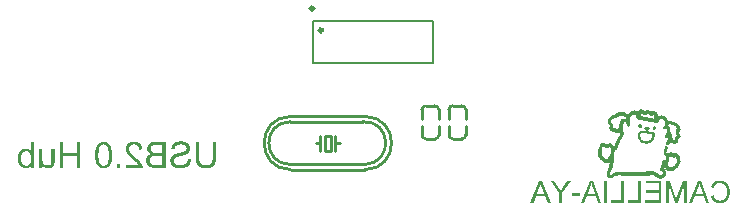
<source format=gbo>
G04*
G04 #@! TF.GenerationSoftware,Altium Limited,Altium Designer,19.0.4 (130)*
G04*
G04 Layer_Color=32896*
%FSLAX24Y24*%
%MOIN*%
G70*
G01*
G75*
%ADD11C,0.0100*%
%ADD12C,0.0060*%
%ADD49C,0.0118*%
G36*
X57930Y38601D02*
X57962Y38581D01*
X57977Y38567D01*
X57991Y38556D01*
X57996Y38552D01*
X57998Y38545D01*
X58000Y38538D01*
X58009Y38539D01*
X58019Y38539D01*
X58032Y38534D01*
X58046Y38528D01*
X58051Y38534D01*
X58055Y38539D01*
X58057Y38542D01*
X58060Y38544D01*
X58068Y38548D01*
X58078Y38554D01*
X58084Y38561D01*
X58093Y38570D01*
X58113Y38574D01*
X58124Y38576D01*
X58131Y38579D01*
X58155Y38578D01*
X58175Y38567D01*
X58190Y38555D01*
X58212Y38543D01*
X58223Y38536D01*
X58235Y38522D01*
X58241Y38515D01*
X58248Y38509D01*
X58257Y38504D01*
X58267Y38508D01*
X58277Y38512D01*
X58286Y38518D01*
X58303Y38526D01*
X58322Y38526D01*
X58332Y38525D01*
X58340Y38526D01*
X58347Y38526D01*
X58355Y38524D01*
X58363Y38521D01*
X58370Y38522D01*
X58376Y38523D01*
X58381Y38520D01*
X58392Y38514D01*
X58406Y38509D01*
X58415Y38506D01*
X58421Y38502D01*
X58432Y38487D01*
X58443Y38471D01*
X58447Y38463D01*
X58452Y38458D01*
X58462Y38441D01*
X58468Y38424D01*
X58469Y38419D01*
X58472Y38414D01*
X58475Y38381D01*
X58472Y38346D01*
X58470Y38334D01*
X58477Y38333D01*
X58494Y38340D01*
X58509Y38354D01*
X58514Y38359D01*
X58528Y38364D01*
X58541Y38369D01*
X58551Y38374D01*
X58559Y38377D01*
X58566Y38378D01*
X58577Y38380D01*
X58585Y38385D01*
X58595Y38387D01*
X58621Y38381D01*
X58633Y38378D01*
X58649Y38377D01*
X58666Y38375D01*
X58673Y38370D01*
X58686Y38362D01*
X58701Y38357D01*
X58704Y38357D01*
X58707Y38355D01*
X58712Y38352D01*
X58719Y38348D01*
X58727Y38342D01*
X58733Y38334D01*
X58739Y38326D01*
X58745Y38320D01*
X58750Y38315D01*
X58754Y38312D01*
X58760Y38305D01*
X58772Y38292D01*
X58789Y38275D01*
X58793Y38259D01*
X58795Y38246D01*
X58796Y38239D01*
X58797Y38236D01*
X58800Y38233D01*
X58803Y38229D01*
X58807Y38223D01*
X58816Y38213D01*
X58835Y38211D01*
X58849Y38210D01*
X58856Y38207D01*
X58860Y38205D01*
X58864Y38206D01*
X58880Y38208D01*
X58895Y38206D01*
X58910Y38198D01*
X58932Y38195D01*
X58949Y38195D01*
X58957Y38186D01*
X58964Y38180D01*
X58968Y38179D01*
X58979Y38181D01*
X58990Y38178D01*
X58998Y38174D01*
X59011Y38173D01*
X59024Y38173D01*
X59030Y38172D01*
X59037Y38170D01*
X59046Y38168D01*
X59056Y38166D01*
X59061Y38161D01*
X59075Y38146D01*
X59091Y38135D01*
X59096Y38132D01*
X59100Y38129D01*
X59104Y38126D01*
X59110Y38122D01*
X59117Y38116D01*
X59125Y38108D01*
X59132Y38099D01*
X59142Y38091D01*
X59150Y38084D01*
X59152Y38078D01*
X59156Y38067D01*
X59168Y38064D01*
X59176Y38063D01*
X59178Y38057D01*
X59183Y38041D01*
X59189Y38033D01*
X59194Y38028D01*
X59197Y38022D01*
X59203Y38011D01*
X59216Y37996D01*
X59226Y37976D01*
X59229Y37946D01*
X59228Y37907D01*
X59223Y37891D01*
X59220Y37882D01*
X59218Y37878D01*
X59214Y37871D01*
X59203Y37860D01*
X59186Y37838D01*
X59186Y37822D01*
X59188Y37815D01*
X59189Y37807D01*
X59190Y37799D01*
X59193Y37793D01*
X59205Y37774D01*
X59213Y37756D01*
X59215Y37752D01*
X59220Y37747D01*
X59230Y37698D01*
X59221Y37653D01*
X59218Y37648D01*
X59215Y37640D01*
X59208Y37627D01*
X59198Y37622D01*
X59191Y37620D01*
X59187Y37615D01*
X59183Y37611D01*
X59178Y37608D01*
X59174Y37605D01*
X59172Y37601D01*
X59168Y37597D01*
X59164Y37593D01*
X59159Y37590D01*
X59157Y37586D01*
X59154Y37569D01*
X59154Y37552D01*
X59153Y37541D01*
X59148Y37533D01*
X59143Y37526D01*
X59142Y37519D01*
X59141Y37511D01*
X59137Y37504D01*
X59133Y37496D01*
X59128Y37487D01*
X59108Y37461D01*
X59078Y37453D01*
X59072Y37452D01*
X59067Y37448D01*
X59022Y37439D01*
X58977Y37447D01*
X58972Y37451D01*
X58961Y37452D01*
X58951Y37452D01*
X58946Y37456D01*
X58942Y37460D01*
X58937Y37464D01*
X58928Y37471D01*
X58917Y37482D01*
X58898Y37495D01*
X58887Y37490D01*
X58882Y37484D01*
X58876Y37477D01*
X58869Y37470D01*
X58866Y37463D01*
X58863Y37454D01*
X58855Y37444D01*
X58850Y37438D01*
X58848Y37430D01*
X58848Y37423D01*
X58845Y37420D01*
X58842Y37416D01*
X58839Y37411D01*
X58836Y37406D01*
X58832Y37402D01*
X58804Y37389D01*
X58795Y37403D01*
X58789Y37409D01*
X58780Y37413D01*
X58746Y37435D01*
X58748Y37477D01*
X58751Y37483D01*
X58753Y37490D01*
X58755Y37495D01*
X58759Y37499D01*
X58762Y37502D01*
X58765Y37506D01*
X58767Y37512D01*
X58769Y37519D01*
X58773Y37528D01*
X58779Y37536D01*
X58784Y37544D01*
X58786Y37550D01*
X58788Y37556D01*
X58795Y37560D01*
X58803Y37565D01*
X58808Y37574D01*
X58812Y37584D01*
X58817Y37594D01*
X58821Y37604D01*
X58824Y37612D01*
X58826Y37620D01*
X58830Y37626D01*
X58834Y37635D01*
X58839Y37647D01*
X58843Y37658D01*
X58847Y37665D01*
X58855Y37675D01*
X58857Y37685D01*
X58858Y37693D01*
X58861Y37701D01*
X58866Y37725D01*
X58862Y37744D01*
X58859Y37747D01*
X58851Y37739D01*
X58845Y37731D01*
X58841Y37723D01*
X58837Y37716D01*
X58832Y37711D01*
X58829Y37707D01*
X58826Y37702D01*
X58822Y37695D01*
X58817Y37688D01*
X58811Y37681D01*
X58809Y37674D01*
X58797Y37653D01*
X58777Y37639D01*
X58768Y37637D01*
X58761Y37634D01*
X58754Y37632D01*
X58745Y37636D01*
X58737Y37639D01*
X58730Y37641D01*
X58719Y37658D01*
X58721Y37697D01*
X58722Y37708D01*
X58722Y37717D01*
X58722Y37723D01*
X58726Y37728D01*
X58730Y37735D01*
X58735Y37744D01*
X58740Y37753D01*
X58746Y37761D01*
X58751Y37770D01*
X58753Y37783D01*
X58756Y37790D01*
X58761Y37797D01*
X58774Y37813D01*
X58783Y37835D01*
X58786Y37844D01*
X58789Y37851D01*
X58792Y37861D01*
X58793Y37888D01*
X58789Y37938D01*
X58774Y37954D01*
X58766Y37958D01*
X58761Y37963D01*
X58754Y37969D01*
X58746Y37963D01*
X58741Y37958D01*
X58737Y37956D01*
X58734Y37954D01*
X58728Y37950D01*
X58720Y37944D01*
X58712Y37940D01*
X58704Y37936D01*
X58698Y37933D01*
X58686Y37929D01*
X58671Y37938D01*
X58653Y37964D01*
X58656Y37988D01*
X58660Y37996D01*
X58661Y38003D01*
X58662Y38009D01*
X58667Y38014D01*
X58671Y38019D01*
X58675Y38023D01*
X58678Y38027D01*
X58683Y38029D01*
X58688Y38032D01*
X58691Y38036D01*
X58695Y38040D01*
X58700Y38043D01*
X58714Y38064D01*
X58718Y38125D01*
X58717Y38164D01*
X58712Y38170D01*
X58705Y38182D01*
X58699Y38202D01*
X58689Y38225D01*
X58677Y38241D01*
X58672Y38244D01*
X58667Y38248D01*
X58654Y38255D01*
X58638Y38258D01*
X58632Y38260D01*
X58626Y38265D01*
X58618Y38271D01*
X58610Y38270D01*
X58604Y38268D01*
X58599Y38269D01*
X58584Y38270D01*
X58570Y38263D01*
X58564Y38259D01*
X58555Y38256D01*
X58544Y38251D01*
X58539Y38242D01*
X58534Y38232D01*
X58525Y38225D01*
X58514Y38213D01*
X58507Y38197D01*
X58501Y38175D01*
X58488Y38166D01*
X58481Y38164D01*
X58478Y38159D01*
X58474Y38155D01*
X58468Y38151D01*
X58463Y38148D01*
X58458Y38145D01*
X58407Y38136D01*
X58360Y38145D01*
X58355Y38147D01*
X58346Y38151D01*
X58337Y38154D01*
X58331Y38158D01*
X58318Y38165D01*
X58285Y38166D01*
X58258Y38167D01*
X58247Y38170D01*
X58232Y38175D01*
X58218Y38177D01*
X58211Y38177D01*
X58205Y38179D01*
X58197Y38181D01*
X58184Y38181D01*
X58168Y38180D01*
X58160Y38188D01*
X58152Y38196D01*
X58119Y38196D01*
X58082Y38197D01*
X58069Y38202D01*
X58061Y38209D01*
X58052Y38205D01*
X58045Y38201D01*
X58041Y38200D01*
X58038Y38201D01*
X58034Y38202D01*
X58030Y38203D01*
X58025Y38206D01*
X58015Y38210D01*
X58004Y38207D01*
X57999Y38205D01*
X57994Y38209D01*
X57990Y38212D01*
X57987Y38213D01*
X57984Y38215D01*
X57979Y38219D01*
X57952Y38227D01*
X57918Y38230D01*
X57911Y38229D01*
X57902Y38228D01*
X57892Y38228D01*
X57886Y38232D01*
X57880Y38237D01*
X57870Y38239D01*
X57839Y38240D01*
X57814Y38242D01*
X57812Y38244D01*
X57808Y38248D01*
X57802Y38252D01*
X57795Y38255D01*
X57789Y38257D01*
X57784Y38261D01*
X57780Y38266D01*
X57775Y38273D01*
X57769Y38281D01*
X57767Y38289D01*
X57764Y38298D01*
X57761Y38306D01*
X57751Y38337D01*
X57749Y38364D01*
X57750Y38371D01*
X57748Y38376D01*
X57744Y38382D01*
X57740Y38388D01*
X57736Y38395D01*
X57732Y38400D01*
X57727Y38405D01*
X57722Y38412D01*
X57716Y38419D01*
X57711Y38424D01*
X57707Y38427D01*
X57705Y38430D01*
X57692Y38436D01*
X57679Y38430D01*
X57675Y38426D01*
X57667Y38421D01*
X57658Y38416D01*
X57649Y38408D01*
X57619Y38384D01*
X57587Y38373D01*
X57579Y38370D01*
X57573Y38360D01*
X57569Y38350D01*
X57564Y38340D01*
X57558Y38329D01*
X57555Y38319D01*
X57552Y38310D01*
X57548Y38303D01*
X57545Y38297D01*
X57543Y38287D01*
X57542Y38273D01*
X57541Y38253D01*
X57539Y38212D01*
X57541Y38176D01*
X57542Y38163D01*
X57541Y38155D01*
X57540Y38141D01*
X57539Y38120D01*
X57538Y38084D01*
X57533Y38058D01*
X57531Y38051D01*
X57530Y38046D01*
X57518Y38023D01*
X57496Y38013D01*
X57488Y38015D01*
X57480Y38015D01*
X57471Y38016D01*
X57466Y38021D01*
X57461Y38026D01*
X57456Y38032D01*
X57452Y38037D01*
X57451Y38040D01*
X57449Y38043D01*
X57445Y38048D01*
X57440Y38055D01*
X57438Y38066D01*
X57436Y38077D01*
X57434Y38089D01*
X57432Y38099D01*
X57431Y38107D01*
X57430Y38114D01*
X57427Y38121D01*
X57424Y38130D01*
X57422Y38142D01*
X57405Y38180D01*
X57373Y38175D01*
X57366Y38171D01*
X57358Y38167D01*
X57349Y38164D01*
X57345Y38156D01*
X57340Y38149D01*
X57336Y38143D01*
X57332Y38136D01*
X57330Y38128D01*
X57325Y38111D01*
X57319Y38098D01*
X57315Y38075D01*
X57316Y38045D01*
X57318Y38022D01*
X57316Y38004D01*
X57314Y37983D01*
X57319Y37959D01*
X57324Y37941D01*
X57322Y37925D01*
X57322Y37918D01*
X57323Y37908D01*
X57323Y37894D01*
X57321Y37884D01*
X57319Y37874D01*
X57322Y37867D01*
X57324Y37859D01*
X57326Y37850D01*
X57328Y37842D01*
X57331Y37834D01*
X57333Y37827D01*
X57334Y37819D01*
X57334Y37796D01*
X57334Y37785D01*
X57333Y37763D01*
X57327Y37747D01*
X57323Y37739D01*
X57321Y37731D01*
X57319Y37724D01*
X57316Y37717D01*
X57312Y37710D01*
X57310Y37702D01*
X57308Y37695D01*
X57305Y37689D01*
X57302Y37684D01*
X57300Y37679D01*
X57297Y37674D01*
X57293Y37670D01*
X57290Y37667D01*
X57287Y37662D01*
X57283Y37657D01*
X57278Y37653D01*
X57272Y37648D01*
X57272Y37637D01*
X57270Y37622D01*
X57263Y37611D01*
X57259Y37605D01*
X57255Y37599D01*
X57252Y37594D01*
X57250Y37591D01*
X57248Y37588D01*
X57247Y37581D01*
X57246Y37572D01*
X57240Y37566D01*
X57227Y37551D01*
X57219Y37532D01*
X57215Y37524D01*
X57211Y37518D01*
X57206Y37512D01*
X57206Y37505D01*
X57206Y37499D01*
X57202Y37492D01*
X57199Y37487D01*
X57197Y37483D01*
X57195Y37479D01*
X57191Y37473D01*
X57185Y37463D01*
X57180Y37451D01*
X57169Y37419D01*
X57157Y37395D01*
X57156Y37392D01*
X57155Y37386D01*
X57155Y37379D01*
X57153Y37372D01*
X57150Y37365D01*
X57148Y37356D01*
X57146Y37347D01*
X57142Y37340D01*
X57139Y37333D01*
X57138Y37326D01*
X57136Y37309D01*
X57129Y37292D01*
X57126Y37286D01*
X57126Y37279D01*
X57126Y37271D01*
X57118Y37263D01*
X57110Y37255D01*
X57107Y37248D01*
X57095Y37232D01*
X57074Y37229D01*
X57067Y37231D01*
X57059Y37225D01*
X57053Y37220D01*
X57047Y37216D01*
X57042Y37212D01*
X57041Y37204D01*
X57039Y37198D01*
X57036Y37192D01*
X57030Y37182D01*
X57026Y37159D01*
X57020Y37128D01*
X57008Y37109D01*
X57001Y37090D01*
X57005Y37070D01*
X57009Y37064D01*
X57012Y37059D01*
X57015Y37054D01*
X57019Y37050D01*
X57026Y37025D01*
X57021Y36994D01*
X57017Y36983D01*
X57014Y36964D01*
X57013Y36945D01*
X57011Y36931D01*
X57010Y36922D01*
X57010Y36916D01*
X57010Y36910D01*
X57008Y36903D01*
X57005Y36893D01*
X57004Y36881D01*
X57002Y36870D01*
X57000Y36859D01*
X56998Y36847D01*
X56997Y36834D01*
X56997Y36822D01*
X56995Y36813D01*
X56993Y36805D01*
X56994Y36799D01*
X56993Y36763D01*
X56976Y36736D01*
X56970Y36726D01*
X56968Y36689D01*
X56963Y36648D01*
X56950Y36628D01*
X56943Y36618D01*
X56939Y36600D01*
X56935Y36583D01*
X56928Y36569D01*
X56925Y36563D01*
X56924Y36556D01*
X56923Y36549D01*
X56919Y36543D01*
X56911Y36534D01*
X56909Y36525D01*
X56907Y36519D01*
X56902Y36513D01*
X56896Y36505D01*
X56894Y36496D01*
X56892Y36488D01*
X56887Y36482D01*
X56880Y36471D01*
X56875Y36445D01*
X56878Y36423D01*
X56890Y36413D01*
X56897Y36414D01*
X56909Y36415D01*
X56932Y36421D01*
X56948Y36434D01*
X56956Y36442D01*
X56965Y36445D01*
X56970Y36447D01*
X56978Y36451D01*
X56988Y36456D01*
X56998Y36460D01*
X57008Y36464D01*
X57016Y36469D01*
X57022Y36474D01*
X57026Y36476D01*
X57029Y36478D01*
X57033Y36482D01*
X57038Y36487D01*
X57042Y36490D01*
X57048Y36493D01*
X57054Y36498D01*
X57076Y36506D01*
X57101Y36505D01*
X57111Y36503D01*
X57118Y36504D01*
X57127Y36505D01*
X57139Y36505D01*
X57201Y36504D01*
X57256Y36507D01*
X57265Y36507D01*
X57278Y36507D01*
X57291Y36506D01*
X57300Y36508D01*
X57305Y36510D01*
X57308Y36510D01*
X57378Y36505D01*
X57455Y36508D01*
X57463Y36509D01*
X57473Y36508D01*
X57505Y36505D01*
X57534Y36503D01*
X57538Y36505D01*
X57543Y36509D01*
X57549Y36513D01*
X57554Y36511D01*
X57564Y36509D01*
X57585Y36507D01*
X57632Y36504D01*
X57660Y36499D01*
X57705Y36491D01*
X57738Y36495D01*
X57745Y36499D01*
X57753Y36498D01*
X57760Y36497D01*
X57766Y36500D01*
X57782Y36504D01*
X57797Y36500D01*
X57803Y36497D01*
X57812Y36501D01*
X57819Y36505D01*
X57827Y36505D01*
X57841Y36506D01*
X57858Y36512D01*
X57865Y36515D01*
X57872Y36513D01*
X57879Y36511D01*
X57886Y36515D01*
X57900Y36519D01*
X57913Y36513D01*
X57938Y36506D01*
X57980Y36506D01*
X57993Y36507D01*
X58006Y36508D01*
X58017Y36510D01*
X58026Y36512D01*
X58047Y36515D01*
X58067Y36513D01*
X58076Y36511D01*
X58084Y36515D01*
X58093Y36519D01*
X58119Y36521D01*
X58152Y36522D01*
X58164Y36527D01*
X58174Y36531D01*
X58187Y36528D01*
X58196Y36525D01*
X58208Y36525D01*
X58220Y36524D01*
X58230Y36521D01*
X58242Y36519D01*
X58272Y36519D01*
X58310Y36520D01*
X58325Y36515D01*
X58332Y36513D01*
X58337Y36515D01*
X58351Y36520D01*
X58366Y36514D01*
X58370Y36510D01*
X58376Y36508D01*
X58392Y36504D01*
X58401Y36495D01*
X58407Y36489D01*
X58411Y36486D01*
X58415Y36485D01*
X58421Y36481D01*
X58428Y36477D01*
X58434Y36475D01*
X58438Y36473D01*
X58441Y36470D01*
X58450Y36463D01*
X58461Y36460D01*
X58467Y36459D01*
X58472Y36454D01*
X58478Y36449D01*
X58486Y36444D01*
X58492Y36440D01*
X58496Y36436D01*
X58499Y36433D01*
X58504Y36433D01*
X58510Y36431D01*
X58518Y36424D01*
X58526Y36416D01*
X58536Y36414D01*
X58545Y36412D01*
X58555Y36408D01*
X58571Y36403D01*
X58584Y36409D01*
X58590Y36412D01*
X58598Y36415D01*
X58606Y36417D01*
X58614Y36424D01*
X58621Y36431D01*
X58628Y36437D01*
X58639Y36456D01*
X58633Y36478D01*
X58629Y36486D01*
X58627Y36494D01*
X58624Y36506D01*
X58617Y36516D01*
X58602Y36533D01*
X58590Y36537D01*
X58576Y36540D01*
X58566Y36547D01*
X58559Y36551D01*
X58552Y36552D01*
X58539Y36557D01*
X58534Y36569D01*
X58533Y36576D01*
X58531Y36585D01*
X58535Y36613D01*
X58552Y36627D01*
X58566Y36638D01*
X58571Y36661D01*
X58571Y36668D01*
X58574Y36677D01*
X58576Y36686D01*
X58577Y36692D01*
X58579Y36698D01*
X58583Y36707D01*
X58586Y36715D01*
X58588Y36721D01*
X58589Y36727D01*
X58593Y36734D01*
X58597Y36744D01*
X58599Y36757D01*
X58602Y36770D01*
X58606Y36779D01*
X58610Y36787D01*
X58610Y36797D01*
X58624Y36879D01*
X58677Y36899D01*
X58689Y36898D01*
X58699Y36887D01*
X58709Y36876D01*
X58714Y36882D01*
X58719Y36889D01*
X58726Y36898D01*
X58732Y36909D01*
X58732Y36932D01*
X58734Y36964D01*
X58739Y36989D01*
X58741Y37007D01*
X58735Y37020D01*
X58732Y37025D01*
X58730Y37028D01*
X58728Y37030D01*
X58724Y37035D01*
X58718Y37041D01*
X58714Y37046D01*
X58710Y37050D01*
X58704Y37052D01*
X58686Y37066D01*
X58671Y37092D01*
X58666Y37112D01*
X58670Y37142D01*
X58672Y37156D01*
X58674Y37174D01*
X58677Y37206D01*
X58685Y37229D01*
X58689Y37240D01*
X58692Y37249D01*
X58694Y37256D01*
X58698Y37263D01*
X58702Y37270D01*
X58702Y37280D01*
X58702Y37290D01*
X58706Y37297D01*
X58710Y37303D01*
X58710Y37310D01*
X58710Y37316D01*
X58711Y37320D01*
X58717Y37334D01*
X58723Y37354D01*
X58726Y37360D01*
X58731Y37364D01*
X58736Y37368D01*
X58738Y37372D01*
X58755Y37380D01*
X58774Y37371D01*
X58778Y37366D01*
X58784Y37361D01*
X58797Y37345D01*
X58800Y37326D01*
X58797Y37315D01*
X58796Y37284D01*
X58795Y37272D01*
X58792Y37263D01*
X58789Y37256D01*
X58788Y37249D01*
X58787Y37243D01*
X58784Y37237D01*
X58781Y37228D01*
X58776Y37214D01*
X58767Y37182D01*
X58757Y37162D01*
X58749Y37140D01*
X58762Y37120D01*
X58788Y37103D01*
X58804Y37106D01*
X58810Y37111D01*
X58816Y37115D01*
X58821Y37118D01*
X58824Y37120D01*
X58826Y37121D01*
X58830Y37124D01*
X58835Y37128D01*
X58839Y37133D01*
X58844Y37139D01*
X58852Y37141D01*
X58861Y37144D01*
X58868Y37150D01*
X58873Y37156D01*
X58905Y37156D01*
X58933Y37155D01*
X58943Y37151D01*
X58950Y37146D01*
X58960Y37143D01*
X58975Y37138D01*
X58982Y37132D01*
X58995Y37124D01*
X59025Y37126D01*
X59055Y37128D01*
X59080Y37126D01*
X59092Y37124D01*
X59103Y37123D01*
X59112Y37123D01*
X59116Y37121D01*
X59123Y37113D01*
X59131Y37107D01*
X59148Y37097D01*
X59159Y37089D01*
X59172Y37073D01*
X59182Y37052D01*
X59184Y37044D01*
X59188Y37037D01*
X59197Y37020D01*
X59199Y36987D01*
X59201Y36954D01*
X59206Y36948D01*
X59211Y36940D01*
X59214Y36931D01*
X59217Y36922D01*
X59221Y36915D01*
X59229Y36861D01*
X59219Y36814D01*
X59208Y36799D01*
X59201Y36780D01*
X59199Y36772D01*
X59196Y36765D01*
X59193Y36760D01*
X59193Y36752D01*
X59193Y36744D01*
X59189Y36737D01*
X59185Y36732D01*
X59181Y36727D01*
X59177Y36723D01*
X59169Y36720D01*
X59160Y36716D01*
X59157Y36711D01*
X59153Y36706D01*
X59149Y36701D01*
X59145Y36697D01*
X59144Y36695D01*
X59142Y36690D01*
X59138Y36683D01*
X59132Y36672D01*
X59129Y36663D01*
X59121Y36649D01*
X59109Y36643D01*
X59090Y36632D01*
X59082Y36615D01*
X59082Y36608D01*
X59076Y36602D01*
X59070Y36596D01*
X59064Y36590D01*
X59058Y36585D01*
X59055Y36583D01*
X59052Y36580D01*
X59048Y36575D01*
X59044Y36571D01*
X59038Y36569D01*
X59026Y36566D01*
X59021Y36563D01*
X59016Y36559D01*
X59009Y36555D01*
X59002Y36551D01*
X58997Y36547D01*
X58993Y36545D01*
X58987Y36543D01*
X58980Y36541D01*
X58971Y36537D01*
X58960Y36534D01*
X58949Y36534D01*
X58938Y36534D01*
X58931Y36530D01*
X58909Y36523D01*
X58892Y36531D01*
X58885Y36535D01*
X58867Y36538D01*
X58856Y36540D01*
X58849Y36544D01*
X58840Y36549D01*
X58808Y36546D01*
X58794Y36551D01*
X58786Y36561D01*
X58783Y36564D01*
X58778Y36567D01*
X58760Y36585D01*
X58746Y36610D01*
X58744Y36616D01*
X58741Y36620D01*
X58738Y36625D01*
X58736Y36630D01*
X58732Y36642D01*
X58721Y36663D01*
X58718Y36670D01*
X58716Y36677D01*
X58714Y36690D01*
X58709Y36698D01*
X58704Y36696D01*
X58702Y36689D01*
X58701Y36684D01*
X58695Y36677D01*
X58689Y36668D01*
X58691Y36645D01*
X58691Y36638D01*
X58688Y36632D01*
X58684Y36623D01*
X58689Y36618D01*
X58704Y36595D01*
X58717Y36565D01*
X58720Y36557D01*
X58725Y36551D01*
X58731Y36544D01*
X58735Y36538D01*
X58738Y36533D01*
X58742Y36527D01*
X58748Y36503D01*
X58749Y36444D01*
X58743Y36391D01*
X58727Y36362D01*
X58721Y36357D01*
X58716Y36352D01*
X58711Y36345D01*
X58704Y36338D01*
X58695Y36331D01*
X58687Y36323D01*
X58679Y36317D01*
X58671Y36313D01*
X58662Y36310D01*
X58658Y36305D01*
X58646Y36296D01*
X58628Y36289D01*
X58621Y36287D01*
X58613Y36284D01*
X58605Y36280D01*
X58597Y36281D01*
X58581Y36281D01*
X58572Y36276D01*
X58558Y36270D01*
X58540Y36273D01*
X58535Y36277D01*
X58529Y36280D01*
X58522Y36283D01*
X58517Y36287D01*
X58512Y36289D01*
X58506Y36290D01*
X58494Y36293D01*
X58481Y36303D01*
X58475Y36308D01*
X58469Y36312D01*
X58464Y36316D01*
X58458Y36321D01*
X58453Y36326D01*
X58446Y36327D01*
X58435Y36329D01*
X58429Y36335D01*
X58424Y36340D01*
X58413Y36340D01*
X58405Y36340D01*
X58399Y36346D01*
X58391Y36352D01*
X58381Y36353D01*
X58365Y36355D01*
X58353Y36363D01*
X58347Y36368D01*
X58339Y36368D01*
X58331Y36366D01*
X58331Y36375D01*
X58332Y36383D01*
X58323Y36384D01*
X58305Y36389D01*
X58290Y36396D01*
X58284Y36398D01*
X58272Y36395D01*
X58261Y36392D01*
X58253Y36390D01*
X58249Y36388D01*
X58246Y36386D01*
X58241Y36383D01*
X58236Y36387D01*
X58229Y36394D01*
X58219Y36388D01*
X58212Y36381D01*
X58158Y36381D01*
X58118Y36381D01*
X58097Y36382D01*
X58091Y36383D01*
X58083Y36381D01*
X58065Y36380D01*
X58040Y36382D01*
X58031Y36383D01*
X58023Y36382D01*
X58015Y36381D01*
X58007Y36382D01*
X57988Y36380D01*
X57975Y36371D01*
X57969Y36367D01*
X57961Y36370D01*
X57955Y36373D01*
X57952Y36371D01*
X57943Y36367D01*
X57923Y36367D01*
X57910Y36368D01*
X57900Y36367D01*
X57880Y36367D01*
X57879Y36376D01*
X57880Y36381D01*
X57877Y36383D01*
X57873Y36382D01*
X57867Y36380D01*
X57859Y36377D01*
X57856Y36374D01*
X57848Y36369D01*
X57843Y36380D01*
X57834Y36383D01*
X57825Y36376D01*
X57824Y36372D01*
X57823Y36369D01*
X57813Y36366D01*
X57790Y36367D01*
X57778Y36368D01*
X57770Y36367D01*
X57761Y36366D01*
X57745Y36365D01*
X57724Y36362D01*
X57716Y36353D01*
X57707Y36351D01*
X57696Y36355D01*
X57692Y36359D01*
X57687Y36360D01*
X57682Y36361D01*
X57677Y36363D01*
X57668Y36366D01*
X57660Y36363D01*
X57653Y36360D01*
X57647Y36361D01*
X57638Y36363D01*
X57624Y36363D01*
X57611Y36364D01*
X57603Y36366D01*
X57596Y36368D01*
X57581Y36367D01*
X57565Y36366D01*
X57555Y36370D01*
X57541Y36375D01*
X57528Y36370D01*
X57518Y36365D01*
X57487Y36365D01*
X57461Y36366D01*
X57450Y36368D01*
X57442Y36371D01*
X57436Y36369D01*
X57423Y36367D01*
X57387Y36367D01*
X57368Y36367D01*
X57355Y36366D01*
X57318Y36367D01*
X57306Y36376D01*
X57308Y36381D01*
X57301Y36382D01*
X57274Y36381D01*
X57247Y36388D01*
X57243Y36389D01*
X57240Y36386D01*
X57233Y36382D01*
X57228Y36383D01*
X57230Y36387D01*
X57234Y36389D01*
X57237Y36392D01*
X57234Y36397D01*
X57179Y36398D01*
X57134Y36391D01*
X57129Y36382D01*
X57122Y36389D01*
X57115Y36397D01*
X57106Y36392D01*
X57099Y36386D01*
X57087Y36386D01*
X57080Y36385D01*
X57076Y36380D01*
X57072Y36375D01*
X57067Y36371D01*
X57061Y36368D01*
X57058Y36365D01*
X57049Y36358D01*
X57032Y36356D01*
X57021Y36356D01*
X57016Y36351D01*
X57012Y36347D01*
X57006Y36344D01*
X57001Y36341D01*
X56997Y36336D01*
X56990Y36329D01*
X56981Y36327D01*
X56975Y36326D01*
X56969Y36322D01*
X56962Y36317D01*
X56951Y36313D01*
X56938Y36308D01*
X56927Y36303D01*
X56917Y36298D01*
X56910Y36299D01*
X56903Y36300D01*
X56897Y36301D01*
X56873Y36300D01*
X56861Y36305D01*
X56854Y36310D01*
X56842Y36312D01*
X56825Y36315D01*
X56813Y36328D01*
X56807Y36335D01*
X56801Y36337D01*
X56796Y36339D01*
X56791Y36345D01*
X56786Y36352D01*
X56780Y36359D01*
X56775Y36365D01*
X56773Y36368D01*
X56770Y36391D01*
X56765Y36408D01*
X56761Y36413D01*
X56765Y36419D01*
X56769Y36427D01*
X56766Y36446D01*
X56765Y36455D01*
X56766Y36464D01*
X56768Y36473D01*
X56767Y36480D01*
X56770Y36498D01*
X56780Y36515D01*
X56783Y36519D01*
X56785Y36526D01*
X56788Y36536D01*
X56795Y36550D01*
X56803Y36565D01*
X56806Y36579D01*
X56809Y36593D01*
X56815Y36600D01*
X56821Y36607D01*
X56822Y36616D01*
X56823Y36624D01*
X56826Y36631D01*
X56830Y36639D01*
X56833Y36647D01*
X56835Y36656D01*
X56838Y36664D01*
X56841Y36671D01*
X56843Y36678D01*
X56845Y36687D01*
X56850Y36700D01*
X56854Y36713D01*
X56853Y36721D01*
X56852Y36729D01*
X56854Y36737D01*
X56856Y36744D01*
X56857Y36751D01*
X56858Y36759D01*
X56860Y36766D01*
X56863Y36776D01*
X56865Y36789D01*
X56867Y36803D01*
X56872Y36811D01*
X56878Y36835D01*
X56869Y36852D01*
X56862Y36849D01*
X56854Y36840D01*
X56839Y36824D01*
X56818Y36816D01*
X56814Y36815D01*
X56810Y36811D01*
X56804Y36807D01*
X56792Y36806D01*
X56781Y36805D01*
X56776Y36802D01*
X56764Y36795D01*
X56751Y36801D01*
X56745Y36805D01*
X56734Y36806D01*
X56723Y36806D01*
X56716Y36809D01*
X56706Y36814D01*
X56681Y36820D01*
X56665Y36830D01*
X56651Y36848D01*
X56647Y36854D01*
X56645Y36856D01*
X56637Y36862D01*
X56631Y36873D01*
X56628Y36879D01*
X56622Y36881D01*
X56616Y36883D01*
X56613Y36887D01*
X56604Y36894D01*
X56585Y36899D01*
X56579Y36901D01*
X56572Y36906D01*
X56567Y36910D01*
X56564Y36912D01*
X56554Y36921D01*
X56543Y36935D01*
X56538Y36943D01*
X56529Y36953D01*
X56516Y36967D01*
X56512Y36979D01*
X56507Y36993D01*
X56497Y37011D01*
X56490Y37027D01*
X56484Y37052D01*
X56481Y37065D01*
X56477Y37074D01*
X56471Y37094D01*
X56472Y37118D01*
X56473Y37133D01*
X56473Y37152D01*
X56473Y37160D01*
X56475Y37170D01*
X56477Y37180D01*
X56476Y37189D01*
X56475Y37196D01*
X56477Y37204D01*
X56479Y37212D01*
X56479Y37219D01*
X56480Y37227D01*
X56483Y37239D01*
X56486Y37252D01*
X56488Y37263D01*
X56491Y37273D01*
X56495Y37282D01*
X56500Y37289D01*
X56503Y37296D01*
X56505Y37303D01*
X56509Y37309D01*
X56522Y37330D01*
X56529Y37351D01*
X56532Y37362D01*
X56535Y37371D01*
X56536Y37379D01*
X56535Y37385D01*
X56535Y37392D01*
X56540Y37398D01*
X56544Y37404D01*
X56549Y37412D01*
X56553Y37420D01*
X56557Y37425D01*
X56560Y37429D01*
X56562Y37433D01*
X56566Y37439D01*
X56571Y37442D01*
X56578Y37446D01*
X56584Y37451D01*
X56591Y37455D01*
X56599Y37457D01*
X56606Y37459D01*
X56611Y37462D01*
X56615Y37464D01*
X56621Y37465D01*
X56627Y37466D01*
X56635Y37469D01*
X56644Y37471D01*
X56659Y37471D01*
X56676Y37471D01*
X56683Y37464D01*
X56690Y37458D01*
X56698Y37457D01*
X56722Y37448D01*
X56741Y37423D01*
X56745Y37416D01*
X56749Y37412D01*
X56764Y37413D01*
X56779Y37419D01*
X56798Y37432D01*
X56814Y37441D01*
X56819Y37444D01*
X56823Y37446D01*
X56838Y37453D01*
X56866Y37456D01*
X56887Y37458D01*
X56902Y37451D01*
X56914Y37445D01*
X56923Y37442D01*
X56944Y37429D01*
X56955Y37406D01*
X56957Y37401D01*
X56961Y37394D01*
X56965Y37385D01*
X56969Y37374D01*
X56972Y37363D01*
X56977Y37355D01*
X56982Y37348D01*
X56986Y37340D01*
X56991Y37332D01*
X56998Y37324D01*
X57006Y37316D01*
X57015Y37319D01*
X57026Y37326D01*
X57028Y37344D01*
X57027Y37356D01*
X57029Y37368D01*
X57030Y37379D01*
X57032Y37390D01*
X57034Y37400D01*
X57038Y37408D01*
X57042Y37415D01*
X57045Y37424D01*
X57047Y37431D01*
X57049Y37435D01*
X57051Y37438D01*
X57051Y37443D01*
X57052Y37449D01*
X57056Y37455D01*
X57063Y37465D01*
X57066Y37475D01*
X57068Y37482D01*
X57070Y37486D01*
X57073Y37491D01*
X57076Y37499D01*
X57079Y37508D01*
X57082Y37513D01*
X57088Y37522D01*
X57092Y37534D01*
X57094Y37542D01*
X57099Y37550D01*
X57103Y37559D01*
X57106Y37567D01*
X57109Y37577D01*
X57115Y37590D01*
X57121Y37602D01*
X57125Y37610D01*
X57127Y37615D01*
X57131Y37621D01*
X57142Y37639D01*
X57151Y37663D01*
X57155Y37673D01*
X57160Y37681D01*
X57164Y37688D01*
X57166Y37692D01*
X57168Y37695D01*
X57174Y37699D01*
X57190Y37712D01*
X57198Y37731D01*
X57200Y37738D01*
X57203Y37744D01*
X57210Y37781D01*
X57198Y37811D01*
X57195Y37814D01*
X57192Y37820D01*
X57186Y37828D01*
X57178Y37823D01*
X57171Y37817D01*
X57164Y37816D01*
X57149Y37813D01*
X57135Y37806D01*
X57127Y37802D01*
X57111Y37800D01*
X57094Y37800D01*
X57085Y37810D01*
X57081Y37816D01*
X57074Y37816D01*
X57061Y37820D01*
X57041Y37839D01*
X57034Y37845D01*
X57013Y37845D01*
X56994Y37845D01*
X56980Y37843D01*
X56962Y37843D01*
X56952Y37852D01*
X56946Y37858D01*
X56938Y37859D01*
X56932Y37859D01*
X56927Y37860D01*
X56893Y37893D01*
X56865Y37928D01*
X56862Y37944D01*
X56859Y37970D01*
X56858Y37999D01*
X56863Y38019D01*
X56866Y38025D01*
X56867Y38033D01*
X56868Y38041D01*
X56871Y38047D01*
X56874Y38062D01*
X56863Y38074D01*
X56830Y38100D01*
X56812Y38137D01*
X56810Y38149D01*
X56808Y38158D01*
X56804Y38182D01*
X56807Y38198D01*
X56811Y38207D01*
X56809Y38214D01*
X56807Y38220D01*
X56810Y38227D01*
X56817Y38240D01*
X56821Y38258D01*
X56824Y38266D01*
X56829Y38273D01*
X56834Y38280D01*
X56839Y38286D01*
X56843Y38291D01*
X56846Y38295D01*
X56849Y38300D01*
X56852Y38305D01*
X56862Y38319D01*
X56874Y38329D01*
X56891Y38345D01*
X56910Y38366D01*
X56917Y38373D01*
X56929Y38377D01*
X56935Y38380D01*
X56939Y38384D01*
X56944Y38389D01*
X56952Y38390D01*
X56968Y38393D01*
X56981Y38400D01*
X56987Y38405D01*
X56993Y38408D01*
X56999Y38410D01*
X57003Y38412D01*
X57007Y38414D01*
X57014Y38415D01*
X57040Y38421D01*
X57055Y38429D01*
X57060Y38433D01*
X57066Y38437D01*
X57073Y38441D01*
X57077Y38444D01*
X57080Y38447D01*
X57086Y38451D01*
X57092Y38455D01*
X57098Y38459D01*
X57105Y38464D01*
X57112Y38468D01*
X57118Y38472D01*
X57122Y38475D01*
X57127Y38478D01*
X57134Y38479D01*
X57148Y38482D01*
X57158Y38490D01*
X57166Y38494D01*
X57179Y38496D01*
X57191Y38498D01*
X57198Y38501D01*
X57204Y38503D01*
X57210Y38505D01*
X57217Y38507D01*
X57225Y38509D01*
X57233Y38511D01*
X57240Y38509D01*
X57246Y38506D01*
X57253Y38509D01*
X57261Y38511D01*
X57275Y38510D01*
X57288Y38509D01*
X57298Y38510D01*
X57304Y38511D01*
X57307Y38512D01*
X57309Y38510D01*
X57315Y38505D01*
X57322Y38499D01*
X57329Y38498D01*
X57341Y38495D01*
X57350Y38489D01*
X57353Y38486D01*
X57359Y38487D01*
X57365Y38488D01*
X57371Y38486D01*
X57379Y38483D01*
X57386Y38480D01*
X57393Y38477D01*
X57395Y38471D01*
X57397Y38463D01*
X57403Y38464D01*
X57411Y38466D01*
X57417Y38460D01*
X57420Y38456D01*
X57423Y38453D01*
X57427Y38451D01*
X57432Y38447D01*
X57437Y38442D01*
X57442Y38439D01*
X57446Y38436D01*
X57449Y38432D01*
X57456Y38424D01*
X57464Y38422D01*
X57480Y38428D01*
X57531Y38476D01*
X57539Y38485D01*
X57543Y38491D01*
X57546Y38496D01*
X57553Y38499D01*
X57559Y38501D01*
X57564Y38505D01*
X57569Y38510D01*
X57577Y38514D01*
X57583Y38518D01*
X57588Y38521D01*
X57591Y38524D01*
X57596Y38526D01*
X57601Y38530D01*
X57605Y38534D01*
X57609Y38539D01*
X57617Y38538D01*
X57622Y38538D01*
X57630Y38541D01*
X57638Y38544D01*
X57645Y38543D01*
X57655Y38542D01*
X57665Y38548D01*
X57680Y38556D01*
X57696Y38552D01*
X57707Y38548D01*
X57716Y38548D01*
X57731Y38548D01*
X57755Y38548D01*
X57773Y38548D01*
X57783Y38538D01*
X57792Y38529D01*
X57798Y38522D01*
X57813Y38514D01*
X57827Y38536D01*
X57832Y38546D01*
X57842Y38557D01*
X57852Y38568D01*
X57858Y38578D01*
X57862Y38586D01*
X57867Y38590D01*
X57872Y38593D01*
X57876Y38597D01*
X57881Y38600D01*
X57890Y38602D01*
X57899Y38604D01*
X57904Y38606D01*
X57930Y38601D01*
D02*
G37*
G36*
X58179Y38003D02*
X58184Y37997D01*
X58189Y37993D01*
X58199Y37943D01*
X58158Y37896D01*
X58148Y37892D01*
X58145Y37882D01*
X58153Y37860D01*
X58173Y37855D01*
X58180Y37857D01*
X58184Y37855D01*
X58196Y37849D01*
X58241Y37846D01*
X58288Y37845D01*
X58294Y37840D01*
X58302Y37835D01*
X58318Y37832D01*
X58330Y37829D01*
X58332Y37821D01*
X58332Y37815D01*
X58340Y37814D01*
X58348Y37813D01*
X58353Y37807D01*
X58358Y37800D01*
X58364Y37792D01*
X58370Y37784D01*
X58371Y37777D01*
X58372Y37769D01*
X58376Y37763D01*
X58384Y37739D01*
X58377Y37709D01*
X58373Y37700D01*
X58371Y37689D01*
X58369Y37678D01*
X58363Y37670D01*
X58358Y37662D01*
X58357Y37652D01*
X58355Y37635D01*
X58348Y37623D01*
X58343Y37617D01*
X58341Y37609D01*
X58339Y37602D01*
X58334Y37595D01*
X58329Y37589D01*
X58327Y37582D01*
X58326Y37576D01*
X58324Y37570D01*
X58320Y37563D01*
X58314Y37554D01*
X58301Y37535D01*
X58280Y37517D01*
X58274Y37511D01*
X58268Y37503D01*
X58261Y37496D01*
X58253Y37491D01*
X58246Y37486D01*
X58241Y37482D01*
X58229Y37474D01*
X58210Y37472D01*
X58197Y37471D01*
X58190Y37469D01*
X58177Y37461D01*
X58163Y37458D01*
X58150Y37456D01*
X58142Y37450D01*
X58138Y37445D01*
X58092Y37446D01*
X58045Y37446D01*
X58040Y37452D01*
X58033Y37456D01*
X58021Y37458D01*
X58011Y37458D01*
X58004Y37460D01*
X57997Y37462D01*
X57985Y37463D01*
X57952Y37471D01*
X57920Y37495D01*
X57912Y37501D01*
X57903Y37504D01*
X57897Y37507D01*
X57893Y37509D01*
X57889Y37514D01*
X57882Y37523D01*
X57875Y37532D01*
X57872Y37539D01*
X57869Y37545D01*
X57863Y37552D01*
X57850Y37568D01*
X57845Y37582D01*
X57841Y37592D01*
X57837Y37601D01*
X57831Y37616D01*
X57827Y37637D01*
X57825Y37650D01*
X57822Y37658D01*
X57818Y37673D01*
X57820Y37693D01*
X57823Y37708D01*
X57819Y37716D01*
X57813Y37745D01*
X57818Y37775D01*
X57821Y37784D01*
X57822Y37791D01*
X57824Y37798D01*
X57827Y37807D01*
X57831Y37815D01*
X57833Y37819D01*
X57840Y37829D01*
X57857Y37842D01*
X57867Y37848D01*
X57874Y37855D01*
X57880Y37859D01*
X57884Y37861D01*
X57894Y37863D01*
X57904Y37870D01*
X57931Y37879D01*
X57961Y37880D01*
X58010Y37877D01*
X58058Y37879D01*
X58061Y37880D01*
X58066Y37875D01*
X58074Y37870D01*
X58078Y37873D01*
X58079Y37891D01*
X58069Y37893D01*
X58062Y37894D01*
X58057Y37899D01*
X58053Y37905D01*
X58047Y37909D01*
X58042Y37913D01*
X58038Y37918D01*
X58034Y37924D01*
X58030Y37930D01*
X58026Y37937D01*
X58026Y37948D01*
X58032Y37984D01*
X58046Y37998D01*
X58053Y38003D01*
X58058Y38007D01*
X58060Y38012D01*
X58075Y38011D01*
X58085Y38010D01*
X58090Y38010D01*
X58096Y38011D01*
X58109Y38012D01*
X58158Y38012D01*
X58179Y38003D01*
D02*
G37*
G36*
X57903Y38096D02*
X57910Y38092D01*
X57918Y38087D01*
X57925Y38083D01*
X57928Y38076D01*
X57932Y38068D01*
X57937Y38061D01*
X57941Y38013D01*
X57902Y37968D01*
X57895Y37965D01*
X57890Y37961D01*
X57880Y37957D01*
X57872Y37962D01*
X57865Y37967D01*
X57857Y37968D01*
X57841Y37974D01*
X57830Y37989D01*
X57825Y37999D01*
X57821Y38007D01*
X57815Y38035D01*
X57824Y38060D01*
X57829Y38067D01*
X57833Y38072D01*
X57842Y38082D01*
X57856Y38088D01*
X57865Y38091D01*
X57872Y38096D01*
X57886Y38102D01*
X57903Y38096D01*
D02*
G37*
G36*
X58370Y38038D02*
X58373Y38038D01*
X58376Y38036D01*
X58379Y38032D01*
X58383Y38026D01*
X58388Y38019D01*
X58394Y38012D01*
X58399Y38005D01*
X58403Y37997D01*
X58409Y37990D01*
X58415Y37980D01*
X58413Y37962D01*
X58412Y37949D01*
X58411Y37939D01*
X58410Y37933D01*
X58404Y37929D01*
X58398Y37926D01*
X58393Y37922D01*
X58352Y37908D01*
X58313Y37917D01*
X58309Y37923D01*
X58304Y37929D01*
X58295Y37963D01*
X58306Y37994D01*
X58309Y37998D01*
X58313Y38004D01*
X58317Y38010D01*
X58322Y38014D01*
X58326Y38016D01*
X58329Y38021D01*
X58333Y38027D01*
X58349Y38030D01*
X58357Y38032D01*
X58361Y38036D01*
X58363Y38039D01*
X58366Y38039D01*
X58370Y38038D01*
D02*
G37*
G36*
X41030Y37509D02*
X41052Y37508D01*
X41072Y37504D01*
X41091Y37500D01*
X41108Y37495D01*
X41125Y37490D01*
X41139Y37484D01*
X41153Y37478D01*
X41164Y37472D01*
X41175Y37466D01*
X41184Y37461D01*
X41192Y37456D01*
X41198Y37452D01*
X41202Y37448D01*
X41204Y37447D01*
X41205Y37446D01*
X41218Y37433D01*
X41230Y37419D01*
X41240Y37405D01*
X41249Y37390D01*
X41257Y37374D01*
X41264Y37358D01*
X41270Y37343D01*
X41275Y37329D01*
X41278Y37314D01*
X41282Y37301D01*
X41284Y37290D01*
X41287Y37279D01*
X41288Y37271D01*
X41288Y37264D01*
X41289Y37261D01*
Y37259D01*
X41180Y37248D01*
X41179Y37263D01*
X41178Y37277D01*
X41175Y37290D01*
X41173Y37302D01*
X41169Y37313D01*
X41165Y37324D01*
X41161Y37334D01*
X41157Y37342D01*
X41153Y37350D01*
X41148Y37357D01*
X41144Y37363D01*
X41141Y37367D01*
X41138Y37370D01*
X41136Y37374D01*
X41135Y37374D01*
X41134Y37375D01*
X41125Y37384D01*
X41115Y37391D01*
X41105Y37397D01*
X41095Y37402D01*
X41074Y37411D01*
X41054Y37416D01*
X41046Y37418D01*
X41037Y37419D01*
X41029Y37420D01*
X41023Y37421D01*
X41018Y37422D01*
X41010D01*
X40996Y37421D01*
X40984Y37420D01*
X40961Y37415D01*
X40940Y37408D01*
X40931Y37404D01*
X40923Y37400D01*
X40916Y37396D01*
X40910Y37391D01*
X40904Y37388D01*
X40900Y37385D01*
X40896Y37382D01*
X40893Y37380D01*
X40892Y37379D01*
X40891Y37378D01*
X40883Y37369D01*
X40876Y37361D01*
X40870Y37351D01*
X40865Y37343D01*
X40856Y37325D01*
X40851Y37308D01*
X40848Y37293D01*
X40847Y37287D01*
X40846Y37282D01*
X40845Y37277D01*
Y37273D01*
Y37272D01*
Y37271D01*
X40846Y37260D01*
X40848Y37248D01*
X40850Y37237D01*
X40853Y37225D01*
X40861Y37204D01*
X40871Y37184D01*
X40876Y37176D01*
X40880Y37167D01*
X40884Y37160D01*
X40889Y37155D01*
X40891Y37149D01*
X40894Y37146D01*
X40895Y37143D01*
X40896Y37143D01*
X40906Y37129D01*
X40919Y37115D01*
X40933Y37100D01*
X40947Y37085D01*
X40978Y37054D01*
X41011Y37025D01*
X41026Y37011D01*
X41040Y36998D01*
X41053Y36986D01*
X41065Y36977D01*
X41074Y36969D01*
X41082Y36963D01*
X41086Y36959D01*
X41088Y36958D01*
X41104Y36944D01*
X41120Y36930D01*
X41135Y36918D01*
X41148Y36906D01*
X41160Y36894D01*
X41172Y36883D01*
X41182Y36873D01*
X41192Y36864D01*
X41200Y36856D01*
X41207Y36848D01*
X41213Y36841D01*
X41218Y36836D01*
X41222Y36832D01*
X41225Y36828D01*
X41226Y36827D01*
X41227Y36826D01*
X41244Y36805D01*
X41259Y36784D01*
X41271Y36765D01*
X41281Y36747D01*
X41288Y36732D01*
X41291Y36726D01*
X41293Y36721D01*
X41295Y36716D01*
X41297Y36713D01*
X41298Y36711D01*
Y36710D01*
X41302Y36697D01*
X41305Y36684D01*
X41307Y36671D01*
X41309Y36660D01*
X41310Y36650D01*
Y36643D01*
Y36638D01*
Y36637D01*
Y36637D01*
X40735D01*
Y36739D01*
X41162D01*
X41155Y36750D01*
X41147Y36761D01*
X41140Y36770D01*
X41133Y36779D01*
X41126Y36786D01*
X41121Y36792D01*
X41118Y36796D01*
X41117Y36797D01*
X41111Y36803D01*
X41103Y36810D01*
X41095Y36818D01*
X41085Y36827D01*
X41065Y36845D01*
X41045Y36862D01*
X41024Y36879D01*
X41016Y36887D01*
X41008Y36894D01*
X41002Y36899D01*
X40997Y36903D01*
X40994Y36906D01*
X40993Y36907D01*
X40973Y36924D01*
X40953Y36941D01*
X40935Y36957D01*
X40919Y36971D01*
X40904Y36985D01*
X40891Y36997D01*
X40878Y37009D01*
X40868Y37020D01*
X40859Y37029D01*
X40850Y37036D01*
X40844Y37043D01*
X40838Y37049D01*
X40834Y37053D01*
X40832Y37057D01*
X40830Y37059D01*
X40829Y37059D01*
X40811Y37080D01*
X40797Y37099D01*
X40784Y37118D01*
X40775Y37133D01*
X40767Y37147D01*
X40765Y37152D01*
X40762Y37157D01*
X40760Y37160D01*
X40759Y37163D01*
X40758Y37165D01*
Y37166D01*
X40750Y37184D01*
X40745Y37203D01*
X40741Y37221D01*
X40738Y37236D01*
X40737Y37250D01*
Y37255D01*
X40736Y37260D01*
Y37263D01*
Y37266D01*
Y37267D01*
Y37268D01*
X40737Y37287D01*
X40739Y37305D01*
X40742Y37323D01*
X40747Y37339D01*
X40753Y37354D01*
X40759Y37368D01*
X40765Y37381D01*
X40772Y37393D01*
X40779Y37404D01*
X40786Y37413D01*
X40792Y37421D01*
X40798Y37428D01*
X40802Y37434D01*
X40805Y37437D01*
X40808Y37440D01*
X40809Y37441D01*
X40823Y37453D01*
X40838Y37464D01*
X40854Y37473D01*
X40871Y37481D01*
X40887Y37487D01*
X40904Y37493D01*
X40920Y37498D01*
X40935Y37502D01*
X40950Y37504D01*
X40964Y37507D01*
X40976Y37509D01*
X40986Y37509D01*
X40995D01*
X41001Y37510D01*
X41007D01*
X41030Y37509D01*
D02*
G37*
G36*
X37685Y36637D02*
X37586D01*
Y36715D01*
X37573Y36699D01*
X37560Y36684D01*
X37546Y36671D01*
X37532Y36661D01*
X37517Y36652D01*
X37503Y36645D01*
X37488Y36638D01*
X37475Y36634D01*
X37462Y36630D01*
X37450Y36627D01*
X37439Y36625D01*
X37430Y36624D01*
X37422Y36623D01*
X37416Y36622D01*
X37411D01*
X37391Y36623D01*
X37370Y36626D01*
X37352Y36631D01*
X37334Y36636D01*
X37317Y36643D01*
X37301Y36650D01*
X37286Y36658D01*
X37273Y36666D01*
X37261Y36675D01*
X37251Y36682D01*
X37241Y36690D01*
X37234Y36697D01*
X37228Y36702D01*
X37223Y36707D01*
X37220Y36710D01*
X37219Y36710D01*
X37205Y36727D01*
X37193Y36747D01*
X37182Y36767D01*
X37172Y36787D01*
X37165Y36808D01*
X37158Y36828D01*
X37153Y36849D01*
X37149Y36869D01*
X37145Y36888D01*
X37143Y36905D01*
X37141Y36921D01*
X37139Y36935D01*
Y36946D01*
X37138Y36954D01*
Y36957D01*
Y36959D01*
Y36960D01*
Y36961D01*
X37139Y36986D01*
X37142Y37010D01*
X37144Y37031D01*
X37148Y37051D01*
X37150Y37059D01*
X37152Y37067D01*
X37154Y37073D01*
X37155Y37079D01*
X37156Y37083D01*
X37157Y37087D01*
X37158Y37088D01*
Y37089D01*
X37166Y37111D01*
X37174Y37131D01*
X37183Y37149D01*
X37191Y37163D01*
X37199Y37175D01*
X37202Y37180D01*
X37205Y37184D01*
X37207Y37188D01*
X37209Y37190D01*
X37211Y37191D01*
Y37192D01*
X37224Y37207D01*
X37238Y37220D01*
X37252Y37232D01*
X37266Y37241D01*
X37278Y37249D01*
X37288Y37254D01*
X37291Y37256D01*
X37294Y37257D01*
X37296Y37258D01*
X37296D01*
X37316Y37266D01*
X37335Y37272D01*
X37354Y37276D01*
X37370Y37279D01*
X37385Y37281D01*
X37391D01*
X37396Y37282D01*
X37406D01*
X37425Y37281D01*
X37443Y37278D01*
X37461Y37274D01*
X37477Y37268D01*
X37493Y37262D01*
X37507Y37255D01*
X37520Y37247D01*
X37532Y37239D01*
X37542Y37232D01*
X37551Y37224D01*
X37560Y37216D01*
X37566Y37211D01*
X37571Y37205D01*
X37575Y37200D01*
X37577Y37198D01*
X37578Y37197D01*
Y37507D01*
X37685D01*
Y36637D01*
D02*
G37*
G36*
X39221D02*
X39106D01*
Y37047D01*
X38654D01*
Y36637D01*
X38538D01*
Y37507D01*
X38654D01*
Y37149D01*
X39106D01*
Y37507D01*
X39221D01*
Y36637D01*
D02*
G37*
G36*
X43750Y37004D02*
Y36979D01*
X43748Y36955D01*
X43746Y36933D01*
X43745Y36912D01*
X43742Y36892D01*
X43739Y36874D01*
X43736Y36858D01*
X43733Y36843D01*
X43730Y36830D01*
X43727Y36818D01*
X43724Y36809D01*
X43722Y36800D01*
X43720Y36795D01*
X43718Y36789D01*
X43717Y36787D01*
Y36786D01*
X43710Y36772D01*
X43702Y36758D01*
X43694Y36745D01*
X43685Y36733D01*
X43677Y36722D01*
X43667Y36712D01*
X43658Y36703D01*
X43649Y36695D01*
X43640Y36688D01*
X43632Y36682D01*
X43625Y36676D01*
X43619Y36671D01*
X43614Y36668D01*
X43610Y36665D01*
X43607Y36665D01*
X43606Y36664D01*
X43591Y36656D01*
X43575Y36650D01*
X43559Y36644D01*
X43542Y36640D01*
X43509Y36632D01*
X43492Y36630D01*
X43476Y36627D01*
X43462Y36626D01*
X43448Y36625D01*
X43436Y36624D01*
X43426Y36623D01*
X43418Y36622D01*
X43406D01*
X43383Y36623D01*
X43361Y36624D01*
X43340Y36626D01*
X43321Y36630D01*
X43303Y36633D01*
X43286Y36637D01*
X43271Y36642D01*
X43257Y36646D01*
X43244Y36650D01*
X43234Y36654D01*
X43225Y36659D01*
X43216Y36662D01*
X43211Y36665D01*
X43206Y36668D01*
X43204Y36669D01*
X43203Y36670D01*
X43188Y36679D01*
X43176Y36689D01*
X43164Y36699D01*
X43153Y36710D01*
X43143Y36721D01*
X43134Y36731D01*
X43126Y36741D01*
X43120Y36750D01*
X43114Y36760D01*
X43109Y36768D01*
X43104Y36776D01*
X43101Y36783D01*
X43098Y36788D01*
X43097Y36792D01*
X43095Y36795D01*
Y36795D01*
X43090Y36811D01*
X43085Y36827D01*
X43078Y36861D01*
X43073Y36896D01*
X43070Y36913D01*
X43069Y36929D01*
X43068Y36944D01*
X43067Y36958D01*
X43066Y36971D01*
Y36982D01*
X43065Y36992D01*
Y36998D01*
Y37003D01*
Y37004D01*
Y37507D01*
X43181D01*
Y37004D01*
X43182Y36975D01*
X43183Y36947D01*
X43186Y36923D01*
X43189Y36901D01*
X43194Y36880D01*
X43198Y36862D01*
X43203Y36846D01*
X43208Y36832D01*
X43213Y36820D01*
X43218Y36810D01*
X43222Y36801D01*
X43227Y36795D01*
X43230Y36789D01*
X43233Y36785D01*
X43234Y36783D01*
X43235Y36783D01*
X43246Y36772D01*
X43258Y36764D01*
X43272Y36756D01*
X43286Y36750D01*
X43301Y36744D01*
X43316Y36739D01*
X43346Y36733D01*
X43360Y36731D01*
X43373Y36729D01*
X43385Y36727D01*
X43396Y36727D01*
X43404Y36726D01*
X43416D01*
X43442Y36727D01*
X43467Y36730D01*
X43488Y36735D01*
X43497Y36738D01*
X43507Y36740D01*
X43514Y36743D01*
X43521Y36745D01*
X43527Y36748D01*
X43532Y36750D01*
X43537Y36752D01*
X43539Y36754D01*
X43541Y36755D01*
X43542D01*
X43559Y36767D01*
X43575Y36780D01*
X43587Y36794D01*
X43597Y36806D01*
X43604Y36818D01*
X43610Y36828D01*
X43611Y36832D01*
X43613Y36834D01*
X43614Y36836D01*
Y36837D01*
X43617Y36848D01*
X43621Y36860D01*
X43623Y36873D01*
X43626Y36886D01*
X43629Y36913D01*
X43632Y36941D01*
X43632Y36954D01*
X43633Y36966D01*
Y36976D01*
X43634Y36986D01*
Y36993D01*
Y36999D01*
Y37003D01*
Y37004D01*
Y37507D01*
X43750D01*
Y37004D01*
D02*
G37*
G36*
X38363Y36876D02*
Y36852D01*
X38362Y36832D01*
X38361Y36815D01*
X38359Y36800D01*
X38358Y36789D01*
X38358Y36782D01*
X38357Y36778D01*
Y36776D01*
X38353Y36759D01*
X38347Y36744D01*
X38342Y36730D01*
X38337Y36719D01*
X38332Y36710D01*
X38328Y36703D01*
X38325Y36699D01*
X38325Y36697D01*
X38314Y36685D01*
X38303Y36675D01*
X38291Y36665D01*
X38280Y36658D01*
X38268Y36652D01*
X38260Y36648D01*
X38257Y36646D01*
X38254Y36644D01*
X38253Y36643D01*
X38252D01*
X38234Y36637D01*
X38216Y36632D01*
X38198Y36627D01*
X38182Y36625D01*
X38168Y36623D01*
X38162D01*
X38157Y36622D01*
X38148D01*
X38125Y36623D01*
X38103Y36626D01*
X38083Y36632D01*
X38064Y36639D01*
X38046Y36647D01*
X38030Y36656D01*
X38015Y36665D01*
X38001Y36676D01*
X37989Y36685D01*
X37978Y36694D01*
X37970Y36704D01*
X37962Y36712D01*
X37956Y36718D01*
X37952Y36724D01*
X37949Y36727D01*
X37948Y36728D01*
Y36637D01*
X37852D01*
Y37267D01*
X37959D01*
Y36929D01*
Y36914D01*
X37960Y36901D01*
X37961Y36887D01*
X37962Y36875D01*
X37964Y36864D01*
X37965Y36854D01*
X37967Y36845D01*
X37968Y36837D01*
X37970Y36829D01*
X37971Y36823D01*
X37973Y36818D01*
X37975Y36813D01*
X37976Y36810D01*
X37976Y36807D01*
X37977Y36806D01*
Y36806D01*
X37985Y36790D01*
X37994Y36778D01*
X38004Y36766D01*
X38014Y36756D01*
X38023Y36749D01*
X38031Y36743D01*
X38036Y36739D01*
X38037Y36739D01*
X38038D01*
X38054Y36730D01*
X38069Y36724D01*
X38084Y36720D01*
X38098Y36717D01*
X38110Y36716D01*
X38118Y36714D01*
X38127D01*
X38144Y36715D01*
X38159Y36717D01*
X38173Y36722D01*
X38184Y36726D01*
X38195Y36730D01*
X38201Y36734D01*
X38206Y36737D01*
X38207Y36738D01*
X38218Y36747D01*
X38228Y36758D01*
X38235Y36769D01*
X38240Y36780D01*
X38245Y36789D01*
X38247Y36797D01*
X38249Y36802D01*
X38250Y36803D01*
Y36804D01*
X38251Y36810D01*
X38252Y36817D01*
X38252Y36825D01*
X38253Y36834D01*
X38254Y36852D01*
X38255Y36871D01*
X38256Y36889D01*
Y36896D01*
Y36903D01*
Y36909D01*
Y36913D01*
Y36916D01*
Y36917D01*
Y37267D01*
X38363D01*
Y36876D01*
D02*
G37*
G36*
X42068Y36637D02*
X41737D01*
X41707Y36637D01*
X41680Y36639D01*
X41667Y36640D01*
X41656Y36641D01*
X41645Y36643D01*
X41636Y36644D01*
X41626Y36645D01*
X41619Y36647D01*
X41612Y36648D01*
X41607Y36649D01*
X41603Y36649D01*
X41599Y36650D01*
X41597Y36651D01*
X41597D01*
X41576Y36657D01*
X41558Y36664D01*
X41541Y36671D01*
X41527Y36677D01*
X41516Y36684D01*
X41507Y36689D01*
X41502Y36693D01*
X41501Y36694D01*
X41487Y36705D01*
X41474Y36718D01*
X41463Y36732D01*
X41455Y36744D01*
X41447Y36756D01*
X41441Y36766D01*
X41440Y36769D01*
X41438Y36772D01*
X41437Y36773D01*
Y36774D01*
X41428Y36795D01*
X41422Y36814D01*
X41417Y36834D01*
X41414Y36851D01*
X41412Y36866D01*
X41411Y36872D01*
X41411Y36878D01*
Y36882D01*
Y36885D01*
Y36887D01*
Y36888D01*
X41411Y36902D01*
X41412Y36916D01*
X41417Y36941D01*
X41424Y36963D01*
X41428Y36973D01*
X41432Y36982D01*
X41436Y36991D01*
X41440Y36998D01*
X41444Y37004D01*
X41447Y37009D01*
X41450Y37014D01*
X41452Y37017D01*
X41453Y37019D01*
X41454Y37020D01*
X41462Y37030D01*
X41471Y37039D01*
X41490Y37056D01*
X41511Y37070D01*
X41530Y37081D01*
X41548Y37089D01*
X41556Y37093D01*
X41563Y37095D01*
X41568Y37097D01*
X41572Y37098D01*
X41575Y37099D01*
X41575D01*
X41554Y37111D01*
X41535Y37124D01*
X41519Y37138D01*
X41507Y37150D01*
X41496Y37161D01*
X41490Y37170D01*
X41487Y37173D01*
X41485Y37176D01*
X41484Y37177D01*
Y37178D01*
X41473Y37197D01*
X41466Y37216D01*
X41461Y37233D01*
X41456Y37250D01*
X41455Y37263D01*
X41454Y37269D01*
Y37274D01*
X41453Y37278D01*
Y37281D01*
Y37283D01*
Y37284D01*
X41455Y37306D01*
X41458Y37327D01*
X41464Y37346D01*
X41470Y37363D01*
X41477Y37378D01*
X41479Y37384D01*
X41483Y37389D01*
X41484Y37393D01*
X41486Y37396D01*
X41488Y37397D01*
Y37398D01*
X41501Y37418D01*
X41517Y37434D01*
X41533Y37448D01*
X41547Y37459D01*
X41561Y37469D01*
X41567Y37472D01*
X41572Y37475D01*
X41576Y37477D01*
X41580Y37479D01*
X41581Y37480D01*
X41582D01*
X41594Y37485D01*
X41606Y37489D01*
X41632Y37496D01*
X41659Y37500D01*
X41685Y37503D01*
X41696Y37504D01*
X41707Y37505D01*
X41717Y37506D01*
X41726Y37507D01*
X42068D01*
Y36637D01*
D02*
G37*
G36*
X40560D02*
X40439D01*
Y36758D01*
X40560D01*
Y36637D01*
D02*
G37*
G36*
X42607Y37521D02*
X42637Y37518D01*
X42650Y37515D01*
X42664Y37513D01*
X42676Y37510D01*
X42688Y37508D01*
X42698Y37504D01*
X42707Y37502D01*
X42715Y37499D01*
X42722Y37498D01*
X42727Y37495D01*
X42731Y37494D01*
X42733Y37492D01*
X42734D01*
X42760Y37481D01*
X42781Y37466D01*
X42800Y37452D01*
X42815Y37437D01*
X42828Y37424D01*
X42832Y37419D01*
X42836Y37414D01*
X42839Y37411D01*
X42841Y37408D01*
X42842Y37406D01*
X42843Y37405D01*
X42850Y37394D01*
X42855Y37383D01*
X42864Y37362D01*
X42871Y37340D01*
X42875Y37322D01*
X42877Y37313D01*
X42879Y37306D01*
X42879Y37299D01*
Y37293D01*
X42880Y37289D01*
Y37284D01*
Y37283D01*
Y37282D01*
X42879Y37260D01*
X42875Y37239D01*
X42871Y37221D01*
X42865Y37205D01*
X42859Y37192D01*
X42856Y37186D01*
X42855Y37182D01*
X42852Y37178D01*
X42851Y37176D01*
X42850Y37174D01*
Y37173D01*
X42837Y37156D01*
X42823Y37140D01*
X42807Y37127D01*
X42792Y37115D01*
X42778Y37104D01*
X42772Y37101D01*
X42767Y37098D01*
X42763Y37095D01*
X42760Y37093D01*
X42758Y37092D01*
X42757D01*
X42747Y37087D01*
X42736Y37082D01*
X42724Y37077D01*
X42710Y37072D01*
X42682Y37064D01*
X42655Y37055D01*
X42642Y37051D01*
X42630Y37048D01*
X42618Y37045D01*
X42609Y37042D01*
X42600Y37040D01*
X42594Y37039D01*
X42591Y37037D01*
X42589D01*
X42568Y37032D01*
X42548Y37027D01*
X42530Y37023D01*
X42514Y37019D01*
X42500Y37015D01*
X42487Y37012D01*
X42476Y37008D01*
X42467Y37006D01*
X42458Y37003D01*
X42452Y37001D01*
X42446Y36999D01*
X42442Y36997D01*
X42439Y36997D01*
X42436Y36996D01*
X42435Y36995D01*
X42415Y36987D01*
X42399Y36979D01*
X42385Y36970D01*
X42374Y36962D01*
X42366Y36955D01*
X42360Y36949D01*
X42356Y36946D01*
X42356Y36944D01*
X42348Y36932D01*
X42342Y36920D01*
X42338Y36908D01*
X42334Y36897D01*
X42333Y36887D01*
X42332Y36879D01*
Y36874D01*
Y36873D01*
Y36873D01*
X42333Y36857D01*
X42335Y36844D01*
X42339Y36831D01*
X42344Y36820D01*
X42349Y36811D01*
X42352Y36804D01*
X42356Y36800D01*
X42356Y36798D01*
X42367Y36786D01*
X42379Y36775D01*
X42391Y36767D01*
X42403Y36759D01*
X42414Y36752D01*
X42424Y36748D01*
X42427Y36746D01*
X42429Y36745D01*
X42431Y36744D01*
X42432D01*
X42452Y36738D01*
X42471Y36733D01*
X42491Y36730D01*
X42508Y36727D01*
X42524Y36726D01*
X42530D01*
X42536Y36725D01*
X42547D01*
X42575Y36726D01*
X42600Y36729D01*
X42623Y36733D01*
X42633Y36735D01*
X42643Y36738D01*
X42651Y36740D01*
X42659Y36743D01*
X42665Y36744D01*
X42671Y36746D01*
X42676Y36748D01*
X42679Y36750D01*
X42681Y36750D01*
X42682D01*
X42702Y36761D01*
X42720Y36772D01*
X42735Y36783D01*
X42747Y36795D01*
X42756Y36804D01*
X42763Y36812D01*
X42766Y36817D01*
X42768Y36817D01*
Y36818D01*
X42778Y36835D01*
X42785Y36853D01*
X42792Y36871D01*
X42796Y36888D01*
X42800Y36903D01*
X42801Y36909D01*
X42802Y36915D01*
X42803Y36920D01*
X42804Y36924D01*
Y36925D01*
Y36926D01*
X42913Y36917D01*
X42912Y36901D01*
X42910Y36885D01*
X42905Y36856D01*
X42901Y36841D01*
X42897Y36828D01*
X42893Y36817D01*
X42889Y36806D01*
X42884Y36795D01*
X42880Y36786D01*
X42876Y36778D01*
X42873Y36772D01*
X42870Y36767D01*
X42868Y36763D01*
X42867Y36761D01*
X42866Y36760D01*
X42847Y36736D01*
X42827Y36715D01*
X42806Y36697D01*
X42786Y36682D01*
X42777Y36676D01*
X42768Y36671D01*
X42760Y36666D01*
X42753Y36663D01*
X42748Y36660D01*
X42744Y36658D01*
X42741Y36657D01*
X42740Y36656D01*
X42725Y36650D01*
X42709Y36645D01*
X42676Y36637D01*
X42643Y36631D01*
X42626Y36628D01*
X42611Y36626D01*
X42597Y36625D01*
X42584Y36624D01*
X42572Y36623D01*
X42562D01*
X42553Y36622D01*
X42542D01*
X42508Y36624D01*
X42477Y36627D01*
X42463Y36630D01*
X42448Y36633D01*
X42435Y36636D01*
X42424Y36639D01*
X42413Y36643D01*
X42403Y36645D01*
X42395Y36649D01*
X42388Y36651D01*
X42383Y36653D01*
X42379Y36654D01*
X42376Y36656D01*
X42375D01*
X42349Y36670D01*
X42326Y36685D01*
X42316Y36694D01*
X42306Y36701D01*
X42298Y36709D01*
X42289Y36716D01*
X42283Y36723D01*
X42277Y36730D01*
X42272Y36736D01*
X42268Y36741D01*
X42265Y36745D01*
X42262Y36749D01*
X42261Y36750D01*
X42260Y36751D01*
X42254Y36763D01*
X42247Y36774D01*
X42238Y36797D01*
X42230Y36819D01*
X42226Y36840D01*
X42224Y36849D01*
X42222Y36857D01*
X42221Y36864D01*
Y36870D01*
X42221Y36875D01*
Y36879D01*
Y36881D01*
Y36882D01*
Y36895D01*
X42222Y36907D01*
X42227Y36931D01*
X42232Y36952D01*
X42238Y36970D01*
X42242Y36978D01*
X42245Y36986D01*
X42249Y36992D01*
X42251Y36997D01*
X42254Y37001D01*
X42255Y37003D01*
X42256Y37005D01*
X42257Y37006D01*
X42265Y37016D01*
X42272Y37025D01*
X42290Y37042D01*
X42309Y37058D01*
X42327Y37070D01*
X42344Y37081D01*
X42350Y37085D01*
X42356Y37088D01*
X42362Y37091D01*
X42366Y37093D01*
X42368Y37094D01*
X42369D01*
X42380Y37098D01*
X42393Y37104D01*
X42407Y37108D01*
X42422Y37113D01*
X42453Y37122D01*
X42485Y37131D01*
X42501Y37135D01*
X42515Y37138D01*
X42529Y37142D01*
X42540Y37144D01*
X42549Y37146D01*
X42557Y37148D01*
X42561Y37149D01*
X42563D01*
X42587Y37155D01*
X42610Y37161D01*
X42631Y37167D01*
X42648Y37173D01*
X42665Y37178D01*
X42679Y37183D01*
X42691Y37188D01*
X42702Y37193D01*
X42710Y37197D01*
X42718Y37201D01*
X42724Y37205D01*
X42728Y37207D01*
X42732Y37209D01*
X42734Y37211D01*
X42735Y37212D01*
X42736D01*
X42747Y37224D01*
X42755Y37237D01*
X42761Y37250D01*
X42765Y37262D01*
X42767Y37273D01*
X42768Y37282D01*
X42769Y37285D01*
Y37288D01*
Y37289D01*
Y37290D01*
X42768Y37300D01*
X42767Y37309D01*
X42761Y37326D01*
X42754Y37342D01*
X42745Y37356D01*
X42737Y37366D01*
X42729Y37374D01*
X42723Y37380D01*
X42722Y37381D01*
X42722D01*
X42712Y37388D01*
X42701Y37394D01*
X42690Y37399D01*
X42677Y37404D01*
X42653Y37411D01*
X42627Y37415D01*
X42616Y37417D01*
X42605Y37419D01*
X42595Y37419D01*
X42586D01*
X42580Y37420D01*
X42570D01*
X42552Y37419D01*
X42534Y37419D01*
X42519Y37416D01*
X42503Y37413D01*
X42490Y37410D01*
X42478Y37407D01*
X42467Y37403D01*
X42457Y37399D01*
X42447Y37395D01*
X42440Y37391D01*
X42433Y37388D01*
X42428Y37385D01*
X42424Y37382D01*
X42421Y37380D01*
X42419Y37379D01*
X42418Y37378D01*
X42409Y37369D01*
X42401Y37360D01*
X42394Y37351D01*
X42387Y37340D01*
X42376Y37320D01*
X42368Y37300D01*
X42366Y37290D01*
X42363Y37282D01*
X42361Y37274D01*
X42360Y37267D01*
X42358Y37261D01*
Y37257D01*
X42357Y37255D01*
Y37254D01*
X42247Y37262D01*
X42248Y37277D01*
X42249Y37290D01*
X42255Y37316D01*
X42262Y37340D01*
X42266Y37350D01*
X42270Y37359D01*
X42274Y37368D01*
X42277Y37376D01*
X42281Y37383D01*
X42284Y37389D01*
X42287Y37393D01*
X42289Y37396D01*
X42289Y37398D01*
X42290Y37399D01*
X42306Y37420D01*
X42325Y37439D01*
X42344Y37454D01*
X42362Y37468D01*
X42379Y37478D01*
X42385Y37481D01*
X42392Y37485D01*
X42397Y37487D01*
X42401Y37489D01*
X42403Y37491D01*
X42404D01*
X42433Y37501D01*
X42462Y37509D01*
X42491Y37514D01*
X42504Y37516D01*
X42517Y37518D01*
X42529Y37520D01*
X42540Y37520D01*
X42550Y37521D01*
X42558D01*
X42565Y37522D01*
X42575D01*
X42607Y37521D01*
D02*
G37*
G36*
X40017Y37509D02*
X40033Y37508D01*
X40049Y37505D01*
X40063Y37503D01*
X40078Y37498D01*
X40090Y37494D01*
X40102Y37490D01*
X40113Y37485D01*
X40123Y37480D01*
X40132Y37475D01*
X40139Y37471D01*
X40146Y37467D01*
X40150Y37464D01*
X40154Y37462D01*
X40156Y37460D01*
X40157Y37459D01*
X40168Y37449D01*
X40179Y37438D01*
X40198Y37415D01*
X40214Y37391D01*
X40227Y37368D01*
X40233Y37357D01*
X40237Y37346D01*
X40242Y37338D01*
X40245Y37329D01*
X40248Y37323D01*
X40249Y37318D01*
X40251Y37315D01*
Y37314D01*
X40256Y37295D01*
X40261Y37277D01*
X40269Y37235D01*
X40275Y37194D01*
X40276Y37174D01*
X40278Y37155D01*
X40280Y37136D01*
X40281Y37119D01*
X40281Y37104D01*
Y37091D01*
X40282Y37081D01*
Y37072D01*
Y37067D01*
Y37066D01*
Y37065D01*
X40281Y37021D01*
X40279Y36980D01*
X40275Y36942D01*
X40269Y36907D01*
X40263Y36875D01*
X40255Y36846D01*
X40248Y36820D01*
X40239Y36797D01*
X40231Y36777D01*
X40224Y36759D01*
X40216Y36744D01*
X40210Y36733D01*
X40204Y36723D01*
X40200Y36716D01*
X40197Y36713D01*
X40197Y36711D01*
X40183Y36696D01*
X40168Y36682D01*
X40152Y36670D01*
X40135Y36660D01*
X40119Y36651D01*
X40102Y36644D01*
X40086Y36638D01*
X40071Y36633D01*
X40056Y36630D01*
X40043Y36627D01*
X40030Y36625D01*
X40020Y36624D01*
X40011Y36623D01*
X40005Y36622D01*
X39999D01*
X39981Y36623D01*
X39965Y36625D01*
X39949Y36627D01*
X39934Y36630D01*
X39920Y36634D01*
X39907Y36638D01*
X39895Y36643D01*
X39884Y36648D01*
X39875Y36653D01*
X39866Y36657D01*
X39859Y36661D01*
X39853Y36665D01*
X39848Y36668D01*
X39844Y36671D01*
X39843Y36672D01*
X39842Y36673D01*
X39831Y36683D01*
X39820Y36694D01*
X39800Y36717D01*
X39784Y36742D01*
X39771Y36765D01*
X39765Y36776D01*
X39761Y36786D01*
X39757Y36795D01*
X39753Y36803D01*
X39751Y36809D01*
X39749Y36814D01*
X39747Y36817D01*
Y36818D01*
X39742Y36837D01*
X39736Y36856D01*
X39729Y36896D01*
X39723Y36938D01*
X39721Y36958D01*
X39719Y36977D01*
X39718Y36996D01*
X39717Y37012D01*
X39716Y37027D01*
Y37040D01*
X39715Y37051D01*
Y37059D01*
Y37064D01*
Y37065D01*
Y37089D01*
X39716Y37111D01*
X39717Y37132D01*
X39719Y37152D01*
X39720Y37171D01*
X39722Y37187D01*
X39724Y37203D01*
X39725Y37216D01*
X39727Y37229D01*
X39729Y37240D01*
X39730Y37250D01*
X39732Y37257D01*
X39734Y37263D01*
X39735Y37267D01*
X39736Y37270D01*
Y37271D01*
X39743Y37298D01*
X39753Y37323D01*
X39761Y37346D01*
X39765Y37355D01*
X39770Y37364D01*
X39774Y37372D01*
X39777Y37380D01*
X39781Y37385D01*
X39783Y37391D01*
X39786Y37395D01*
X39787Y37397D01*
X39789Y37399D01*
Y37400D01*
X39803Y37419D01*
X39817Y37436D01*
X39832Y37449D01*
X39845Y37461D01*
X39858Y37469D01*
X39867Y37476D01*
X39871Y37479D01*
X39874Y37480D01*
X39876Y37481D01*
X39876D01*
X39897Y37491D01*
X39918Y37498D01*
X39938Y37503D01*
X39957Y37507D01*
X39966Y37508D01*
X39974Y37509D01*
X39981Y37509D01*
X39987Y37510D01*
X39999D01*
X40017Y37509D01*
D02*
G37*
G36*
X55290Y35784D02*
Y35477D01*
X55194D01*
Y35784D01*
X54904Y36202D01*
X55016D01*
X55157Y35989D01*
X55173Y35962D01*
X55189Y35938D01*
X55196Y35928D01*
X55202Y35917D01*
X55209Y35907D01*
X55214Y35898D01*
X55219Y35890D01*
X55224Y35882D01*
X55227Y35876D01*
X55231Y35871D01*
X55233Y35867D01*
X55235Y35864D01*
X55236Y35862D01*
X55236Y35861D01*
X55249Y35884D01*
X55263Y35906D01*
X55275Y35926D01*
X55281Y35936D01*
X55286Y35945D01*
X55292Y35953D01*
X55296Y35960D01*
X55300Y35967D01*
X55304Y35972D01*
X55306Y35977D01*
X55309Y35980D01*
X55310Y35982D01*
X55311Y35983D01*
X55453Y36202D01*
X55570D01*
X55290Y35784D01*
D02*
G37*
G36*
X55879Y35695D02*
X55605D01*
Y35785D01*
X55879D01*
Y35695D01*
D02*
G37*
G36*
X59441Y35477D02*
X59348D01*
Y36095D01*
X59138Y35477D01*
X59052D01*
X58840Y36084D01*
Y35477D01*
X58747D01*
Y36202D01*
X58877D01*
X59051Y35697D01*
X59056Y35683D01*
X59060Y35670D01*
X59065Y35658D01*
X59068Y35647D01*
X59072Y35636D01*
X59075Y35627D01*
X59078Y35618D01*
X59080Y35611D01*
X59083Y35603D01*
X59084Y35597D01*
X59086Y35592D01*
X59088Y35588D01*
X59089Y35585D01*
X59089Y35583D01*
X59090Y35582D01*
Y35581D01*
X59092Y35588D01*
X59094Y35596D01*
X59100Y35613D01*
X59106Y35630D01*
X59111Y35648D01*
X59114Y35656D01*
X59116Y35664D01*
X59119Y35671D01*
X59120Y35676D01*
X59123Y35681D01*
X59123Y35686D01*
X59125Y35688D01*
Y35688D01*
X59297Y36202D01*
X59441D01*
Y35477D01*
D02*
G37*
G36*
X60549Y36214D02*
X60567Y36213D01*
X60583Y36211D01*
X60599Y36208D01*
X60615Y36205D01*
X60630Y36201D01*
X60643Y36197D01*
X60655Y36193D01*
X60667Y36189D01*
X60677Y36185D01*
X60687Y36181D01*
X60694Y36178D01*
X60700Y36176D01*
X60704Y36173D01*
X60707Y36172D01*
X60708Y36171D01*
X60723Y36163D01*
X60736Y36153D01*
X60749Y36143D01*
X60761Y36132D01*
X60772Y36122D01*
X60782Y36111D01*
X60791Y36100D01*
X60799Y36091D01*
X60807Y36081D01*
X60813Y36071D01*
X60818Y36064D01*
X60823Y36057D01*
X60827Y36051D01*
X60829Y36046D01*
X60830Y36043D01*
X60831Y36042D01*
X60839Y36026D01*
X60845Y36010D01*
X60851Y35993D01*
X60856Y35976D01*
X60860Y35960D01*
X60864Y35943D01*
X60866Y35927D01*
X60869Y35912D01*
X60871Y35898D01*
X60872Y35885D01*
X60873Y35874D01*
X60873Y35864D01*
X60874Y35856D01*
Y35850D01*
Y35846D01*
Y35845D01*
X60873Y35826D01*
X60873Y35807D01*
X60871Y35788D01*
X60869Y35771D01*
X60865Y35754D01*
X60862Y35737D01*
X60859Y35722D01*
X60855Y35708D01*
X60852Y35695D01*
X60848Y35684D01*
X60844Y35674D01*
X60842Y35666D01*
X60840Y35659D01*
X60837Y35654D01*
X60837Y35652D01*
X60836Y35650D01*
X60828Y35634D01*
X60820Y35618D01*
X60811Y35604D01*
X60803Y35591D01*
X60793Y35578D01*
X60784Y35567D01*
X60775Y35557D01*
X60766Y35548D01*
X60757Y35539D01*
X60750Y35532D01*
X60743Y35526D01*
X60737Y35521D01*
X60732Y35517D01*
X60728Y35514D01*
X60726Y35513D01*
X60725Y35512D01*
X60711Y35504D01*
X60696Y35497D01*
X60679Y35490D01*
X60664Y35484D01*
X60648Y35480D01*
X60632Y35476D01*
X60616Y35473D01*
X60602Y35470D01*
X60587Y35469D01*
X60575Y35468D01*
X60563Y35466D01*
X60553Y35465D01*
X60545Y35465D01*
X60534D01*
X60513Y35465D01*
X60493Y35468D01*
X60474Y35470D01*
X60456Y35475D01*
X60439Y35479D01*
X60423Y35484D01*
X60408Y35489D01*
X60395Y35496D01*
X60384Y35501D01*
X60373Y35507D01*
X60364Y35512D01*
X60356Y35516D01*
X60350Y35521D01*
X60345Y35523D01*
X60342Y35526D01*
X60342Y35526D01*
X60328Y35538D01*
X60314Y35552D01*
X60303Y35566D01*
X60292Y35581D01*
X60282Y35596D01*
X60272Y35611D01*
X60265Y35625D01*
X60258Y35640D01*
X60252Y35654D01*
X60246Y35666D01*
X60242Y35678D01*
X60238Y35688D01*
X60236Y35695D01*
X60234Y35702D01*
X60233Y35705D01*
Y35707D01*
X60329Y35731D01*
X60333Y35715D01*
X60338Y35699D01*
X60343Y35684D01*
X60349Y35671D01*
X60355Y35659D01*
X60362Y35647D01*
X60368Y35637D01*
X60374Y35628D01*
X60380Y35620D01*
X60386Y35613D01*
X60391Y35606D01*
X60396Y35601D01*
X60399Y35598D01*
X60403Y35595D01*
X60404Y35594D01*
X60405Y35593D01*
X60415Y35585D01*
X60427Y35578D01*
X60438Y35572D01*
X60449Y35566D01*
X60461Y35562D01*
X60473Y35558D01*
X60494Y35552D01*
X60504Y35550D01*
X60513Y35549D01*
X60521Y35548D01*
X60528Y35548D01*
X60534Y35547D01*
X60541D01*
X60553Y35548D01*
X60566Y35548D01*
X60589Y35552D01*
X60609Y35557D01*
X60619Y35561D01*
X60628Y35564D01*
X60636Y35567D01*
X60643Y35570D01*
X60650Y35573D01*
X60655Y35576D01*
X60659Y35578D01*
X60662Y35579D01*
X60664Y35580D01*
X60665Y35581D01*
X60675Y35588D01*
X60684Y35595D01*
X60701Y35611D01*
X60716Y35628D01*
X60728Y35645D01*
X60737Y35660D01*
X60740Y35666D01*
X60743Y35672D01*
X60745Y35677D01*
X60747Y35681D01*
X60748Y35683D01*
Y35683D01*
X60757Y35710D01*
X60764Y35738D01*
X60769Y35766D01*
X60770Y35778D01*
X60772Y35790D01*
X60773Y35802D01*
X60774Y35812D01*
X60774Y35822D01*
Y35830D01*
X60775Y35836D01*
Y35841D01*
Y35845D01*
Y35846D01*
X60774Y35872D01*
X60772Y35897D01*
X60768Y35921D01*
X60766Y35932D01*
X60764Y35942D01*
X60762Y35951D01*
X60760Y35960D01*
X60757Y35967D01*
X60756Y35973D01*
X60755Y35978D01*
X60753Y35982D01*
X60752Y35984D01*
Y35984D01*
X60747Y35997D01*
X60743Y36008D01*
X60737Y36020D01*
X60730Y36030D01*
X60724Y36040D01*
X60718Y36049D01*
X60711Y36057D01*
X60704Y36064D01*
X60699Y36071D01*
X60693Y36076D01*
X60687Y36081D01*
X60683Y36086D01*
X60679Y36088D01*
X60676Y36091D01*
X60675Y36092D01*
X60674Y36093D01*
X60663Y36100D01*
X60652Y36106D01*
X60640Y36111D01*
X60629Y36116D01*
X60616Y36120D01*
X60605Y36123D01*
X60582Y36128D01*
X60573Y36129D01*
X60563Y36131D01*
X60555Y36132D01*
X60548Y36132D01*
X60541Y36133D01*
X60534D01*
X60520Y36132D01*
X60507Y36132D01*
X60484Y36127D01*
X60473Y36125D01*
X60464Y36122D01*
X60454Y36118D01*
X60447Y36115D01*
X60439Y36111D01*
X60432Y36108D01*
X60427Y36105D01*
X60422Y36102D01*
X60418Y36100D01*
X60415Y36098D01*
X60414Y36097D01*
X60413Y36096D01*
X60405Y36089D01*
X60396Y36081D01*
X60381Y36063D01*
X60369Y36044D01*
X60358Y36025D01*
X60354Y36016D01*
X60350Y36008D01*
X60347Y36001D01*
X60345Y35994D01*
X60342Y35989D01*
X60341Y35985D01*
X60340Y35982D01*
Y35982D01*
X60245Y36003D01*
X60251Y36022D01*
X60258Y36039D01*
X60265Y36055D01*
X60274Y36070D01*
X60282Y36084D01*
X60291Y36097D01*
X60299Y36108D01*
X60308Y36119D01*
X60316Y36128D01*
X60324Y36137D01*
X60330Y36144D01*
X60337Y36149D01*
X60342Y36154D01*
X60345Y36156D01*
X60348Y36159D01*
X60349Y36159D01*
X60363Y36169D01*
X60378Y36178D01*
X60393Y36185D01*
X60409Y36192D01*
X60424Y36197D01*
X60439Y36202D01*
X60454Y36205D01*
X60468Y36208D01*
X60481Y36210D01*
X60493Y36212D01*
X60504Y36214D01*
X60513Y36214D01*
X60521Y36215D01*
X60532D01*
X60549Y36214D01*
D02*
G37*
G36*
X60193Y35477D02*
X60092D01*
X60013Y35696D01*
X59708D01*
X59624Y35477D01*
X59515D01*
X59811Y36202D01*
X59916D01*
X60193Y35477D01*
D02*
G37*
G36*
X58592D02*
X58050D01*
Y35562D01*
X58495D01*
Y35809D01*
X58094D01*
Y35895D01*
X58495D01*
Y36117D01*
X58067D01*
Y36202D01*
X58592D01*
Y35477D01*
D02*
G37*
G36*
X57921D02*
X57468D01*
Y35562D01*
X57825D01*
Y36202D01*
X57921D01*
Y35477D01*
D02*
G37*
G36*
X57358D02*
X56904D01*
Y35562D01*
X57261D01*
Y36202D01*
X57358D01*
Y35477D01*
D02*
G37*
G36*
X56773D02*
X56677D01*
Y36202D01*
X56773D01*
Y35477D01*
D02*
G37*
G36*
X56587D02*
X56486D01*
X56407Y35696D01*
X56102D01*
X56018Y35477D01*
X55909D01*
X56206Y36202D01*
X56310D01*
X56587Y35477D01*
D02*
G37*
G36*
X54897D02*
X54796D01*
X54717Y35696D01*
X54412D01*
X54328Y35477D01*
X54219D01*
X54516Y36202D01*
X54620D01*
X54897Y35477D01*
D02*
G37*
%LPC*%
G36*
X57925Y38449D02*
X57918Y38447D01*
X57912Y38441D01*
X57908Y38423D01*
X57905Y38407D01*
X57902Y38396D01*
X57898Y38376D01*
X57907Y38363D01*
X57914Y38357D01*
X57918Y38353D01*
X57925Y38351D01*
X57940Y38350D01*
X57963Y38350D01*
X57975Y38347D01*
X57982Y38346D01*
X57997Y38345D01*
X58024Y38341D01*
X58043Y38334D01*
X58054Y38329D01*
X58093Y38329D01*
X58126Y38328D01*
X58137Y38326D01*
X58158Y38316D01*
X58173Y38314D01*
X58204Y38314D01*
X58216Y38309D01*
X58227Y38302D01*
X58251Y38300D01*
X58271Y38299D01*
X58282Y38288D01*
X58332Y38272D01*
X58352Y38331D01*
X58349Y38382D01*
X58336Y38388D01*
X58327Y38387D01*
X58320Y38387D01*
X58316Y38386D01*
X58314Y38382D01*
X58302Y38374D01*
X58259Y38372D01*
X58220Y38374D01*
X58212Y38382D01*
X58210Y38386D01*
X58203Y38386D01*
X58196Y38385D01*
X58194Y38391D01*
X58191Y38397D01*
X58185Y38402D01*
X58179Y38407D01*
X58173Y38418D01*
X58146Y38435D01*
X58117Y38428D01*
X58111Y38423D01*
X58100Y38415D01*
X58087Y38406D01*
X58078Y38400D01*
X58071Y38395D01*
X58063Y38392D01*
X58055Y38390D01*
X58050Y38387D01*
X58037Y38387D01*
X58020Y38394D01*
X58014Y38398D01*
X58007Y38401D01*
X57989Y38411D01*
X57974Y38424D01*
X57969Y38427D01*
X57963Y38430D01*
X57956Y38433D01*
X57949Y38438D01*
X57941Y38443D01*
X57933Y38447D01*
X57925Y38449D01*
D02*
G37*
G36*
X57231Y38374D02*
X57225Y38370D01*
X57210Y38359D01*
X57195Y38358D01*
X57165Y38354D01*
X57129Y38334D01*
X57113Y38321D01*
X57102Y38319D01*
X57096Y38318D01*
X57090Y38316D01*
X57084Y38314D01*
X57075Y38314D01*
X57063Y38313D01*
X57060Y38310D01*
X57054Y38301D01*
X57037Y38298D01*
X57021Y38296D01*
X57017Y38293D01*
X57013Y38288D01*
X57000Y38282D01*
X56992Y38278D01*
X56984Y38274D01*
X56977Y38270D01*
X56969Y38268D01*
X56962Y38266D01*
X56959Y38261D01*
X56956Y38256D01*
X56952Y38253D01*
X56944Y38249D01*
X56934Y38239D01*
X56924Y38230D01*
X56917Y38225D01*
X56913Y38222D01*
X56913Y38215D01*
X56912Y38206D01*
X56908Y38199D01*
X56902Y38191D01*
X56906Y38175D01*
X56916Y38147D01*
X56936Y38133D01*
X56953Y38117D01*
X56968Y38089D01*
X56971Y38082D01*
X56975Y38078D01*
X56980Y38071D01*
X56979Y38057D01*
X56977Y38045D01*
X56977Y38035D01*
X56974Y38021D01*
X56965Y38000D01*
X56972Y37963D01*
X57020Y37958D01*
X57034Y37962D01*
X57041Y37961D01*
X57047Y37959D01*
X57055Y37957D01*
X57076Y37953D01*
X57084Y37942D01*
X57104Y37928D01*
X57136Y37942D01*
X57142Y37946D01*
X57148Y37948D01*
X57154Y37949D01*
X57160Y37956D01*
X57164Y37960D01*
X57168Y37962D01*
X57175Y37973D01*
X57178Y38013D01*
X57181Y38073D01*
X57186Y38093D01*
X57189Y38100D01*
X57191Y38107D01*
X57195Y38125D01*
X57200Y38136D01*
X57205Y38144D01*
X57203Y38154D01*
X57201Y38160D01*
X57206Y38166D01*
X57213Y38177D01*
X57216Y38188D01*
X57218Y38191D01*
X57223Y38198D01*
X57228Y38205D01*
X57230Y38210D01*
X57233Y38218D01*
X57239Y38223D01*
X57250Y38232D01*
X57256Y38245D01*
X57257Y38251D01*
X57263Y38255D01*
X57269Y38259D01*
X57273Y38263D01*
X57277Y38267D01*
X57283Y38270D01*
X57293Y38273D01*
X57302Y38279D01*
X57306Y38282D01*
X57315Y38283D01*
X57324Y38285D01*
X57331Y38286D01*
X57355Y38286D01*
X57376Y38279D01*
X57389Y38271D01*
X57403Y38270D01*
X57419Y38300D01*
X57406Y38328D01*
X57401Y38329D01*
X57398Y38331D01*
X57386Y38343D01*
X57375Y38346D01*
X57361Y38349D01*
X57354Y38355D01*
X57352Y38357D01*
X57346Y38357D01*
X57338Y38358D01*
X57330Y38360D01*
X57322Y38361D01*
X57316Y38361D01*
X57298Y38358D01*
X57284Y38365D01*
X57275Y38373D01*
X57261D01*
X57248Y38373D01*
X57238Y38374D01*
X57231Y38374D01*
D02*
G37*
G36*
X58860Y38100D02*
X58856Y38096D01*
X58850Y38089D01*
X58841Y38088D01*
X58817Y38068D01*
X58821Y38038D01*
X58827Y38034D01*
X58831Y38031D01*
X58835Y38029D01*
X58838Y38027D01*
X58842Y38023D01*
X58846Y38017D01*
X58851Y38010D01*
X58856Y38003D01*
X58862Y37995D01*
X58867Y37985D01*
X58872Y37975D01*
X58876Y37969D01*
X58881Y37955D01*
X58883Y37917D01*
X58886Y37869D01*
X58891Y37853D01*
X58894Y37846D01*
X58895Y37840D01*
X58897Y37832D01*
X58906Y37823D01*
X58923Y37801D01*
X58930Y37778D01*
X58931Y37771D01*
X58936Y37764D01*
X58940Y37758D01*
X58942Y37756D01*
X58942Y37745D01*
X58943Y37718D01*
X58947Y37670D01*
X58965Y37648D01*
X58978Y37636D01*
X58983Y37628D01*
X58992Y37600D01*
X59005Y37580D01*
X59026Y37576D01*
X59037Y37591D01*
X59034Y37614D01*
X59040Y37628D01*
X59044Y37635D01*
X59047Y37644D01*
X59054Y37665D01*
X59079Y37693D01*
X59085Y37699D01*
X59092Y37703D01*
X59110Y37716D01*
X59112Y37728D01*
X59101Y37740D01*
X59093Y37757D01*
X59089Y37767D01*
X59085Y37775D01*
X59081Y37781D01*
X59078Y37788D01*
X59075Y37803D01*
X59069Y37828D01*
X59068Y37843D01*
X59071Y37857D01*
X59074Y37862D01*
X59077Y37869D01*
X59080Y37876D01*
X59081Y37882D01*
X59083Y37898D01*
X59088Y37909D01*
X59091Y37913D01*
X59094Y37918D01*
X59097Y37924D01*
X59101Y37930D01*
X59107Y37949D01*
X59097Y37972D01*
X59092Y37980D01*
X59088Y37987D01*
X59081Y37997D01*
X59068Y38012D01*
X59064Y38017D01*
X59061Y38022D01*
X59058Y38026D01*
X59054Y38029D01*
X59048Y38031D01*
X59043Y38034D01*
X59037Y38038D01*
X59029Y38040D01*
X59019Y38044D01*
X59017Y38051D01*
X59013Y38059D01*
X59001Y38058D01*
X58978Y38056D01*
X58961Y38063D01*
X58951Y38070D01*
X58937Y38075D01*
X58930Y38078D01*
X58921Y38083D01*
X58909Y38089D01*
X58895Y38091D01*
X58885Y38092D01*
X58879Y38093D01*
X58877Y38095D01*
X58874Y38095D01*
X58870Y38096D01*
X58867Y38098D01*
X58860Y38100D01*
D02*
G37*
G36*
X56865Y37363D02*
X56837Y37336D01*
X56813Y37313D01*
X56792Y37307D01*
X56778Y37304D01*
X56771Y37300D01*
X56746Y37292D01*
X56724Y37299D01*
X56719Y37304D01*
X56713Y37307D01*
X56695Y37317D01*
X56681Y37329D01*
X56659Y37351D01*
X56637Y37355D01*
X56632Y37353D01*
X56630Y37352D01*
X56624Y37348D01*
X56620Y37343D01*
X56619Y37340D01*
X56615Y37337D01*
X56611Y37332D01*
X56611Y37325D01*
X56611Y37316D01*
X56609Y37306D01*
X56607Y37288D01*
X56606Y37247D01*
X56604Y37204D01*
X56602Y37188D01*
X56596Y37149D01*
X56600Y37117D01*
X56603Y37108D01*
X56604Y37092D01*
X56605Y37074D01*
X56612Y37067D01*
X56618Y37061D01*
X56619Y37053D01*
X56620Y37045D01*
X56626Y37039D01*
X56631Y37032D01*
X56634Y37025D01*
X56638Y37013D01*
X56644Y37006D01*
X56648Y37005D01*
X56655Y37003D01*
X56664Y36999D01*
X56666Y36992D01*
X56671Y36983D01*
X56681Y36982D01*
X56700Y36969D01*
X56721Y36945D01*
X56735Y36929D01*
X56763Y36930D01*
X56778Y36933D01*
X56786Y36939D01*
X56793Y36945D01*
X56798Y36949D01*
X56816Y36961D01*
X56820Y36976D01*
X56822Y36986D01*
X56829Y36991D01*
X56842Y37000D01*
X56851Y37016D01*
X56854Y37024D01*
X56859Y37032D01*
X56863Y37039D01*
X56867Y37048D01*
X56871Y37055D01*
X56876Y37062D01*
X56879Y37067D01*
X56881Y37072D01*
X56882Y37076D01*
X56887Y37080D01*
X56891Y37083D01*
X56893Y37085D01*
X56895Y37089D01*
X56901Y37096D01*
X56907Y37103D01*
X56910Y37109D01*
X56912Y37118D01*
X56917Y37132D01*
X56922Y37149D01*
X56921Y37157D01*
X56920Y37165D01*
X56920Y37179D01*
X56921Y37195D01*
X56916Y37204D01*
X56912Y37213D01*
X56910Y37220D01*
X56910Y37228D01*
X56909Y37236D01*
X56907Y37249D01*
X56906Y37267D01*
X56905Y37286D01*
X56900Y37294D01*
X56893Y37310D01*
X56890Y37335D01*
X56890Y37345D01*
X56890Y37349D01*
X56888Y37351D01*
X56883Y37354D01*
X56878Y37358D01*
X56873Y37362D01*
X56865Y37363D01*
D02*
G37*
G36*
X58878Y37010D02*
X58865Y37008D01*
X58860Y37006D01*
X58858Y37005D01*
X58856Y37003D01*
X58854Y36996D01*
X58851Y36987D01*
X58846Y36979D01*
X58841Y36970D01*
X58838Y36953D01*
X58835Y36939D01*
X58833Y36930D01*
X58832Y36924D01*
X58833Y36917D01*
X58833Y36903D01*
X58829Y36886D01*
X58827Y36879D01*
X58829Y36872D01*
X58830Y36859D01*
X58826Y36845D01*
X58824Y36837D01*
X58823Y36826D01*
X58822Y36804D01*
X58821Y36770D01*
X58821Y36721D01*
X58836Y36690D01*
X58846Y36676D01*
X58853Y36672D01*
X58859Y36670D01*
X58864Y36666D01*
X58878Y36657D01*
X58914Y36656D01*
X58951Y36658D01*
X58962Y36665D01*
X58965Y36669D01*
X58970Y36671D01*
X58984Y36680D01*
X58994Y36694D01*
X58998Y36699D01*
X59007Y36704D01*
X59017Y36711D01*
X59028Y36720D01*
X59037Y36728D01*
X59044Y36732D01*
X59048Y36736D01*
X59052Y36741D01*
X59056Y36746D01*
X59059Y36750D01*
X59065Y36758D01*
X59067Y36767D01*
X59068Y36773D01*
X59072Y36779D01*
X59076Y36787D01*
X59080Y36795D01*
X59084Y36804D01*
X59090Y36808D01*
X59095Y36811D01*
X59098Y36816D01*
X59101Y36821D01*
X59106Y36824D01*
X59111Y36827D01*
X59113Y36830D01*
X59115Y36835D01*
X59118Y36840D01*
X59123Y36856D01*
X59116Y36877D01*
X59114Y36884D01*
X59112Y36889D01*
X59110Y36894D01*
X59104Y36901D01*
X59096Y36909D01*
X59095Y36918D01*
X59092Y36947D01*
X59082Y36973D01*
X59071Y36987D01*
X59052Y36985D01*
X59015Y36982D01*
X58991Y36985D01*
X58985Y36988D01*
X58969Y36989D01*
X58948Y36991D01*
X58933Y36999D01*
X58921Y37005D01*
X58910Y37006D01*
X58900Y37006D01*
X58891Y37008D01*
X58878Y37010D01*
D02*
G37*
%LPD*%
G36*
X58259Y38361D02*
X58258Y38358D01*
X58256Y38356D01*
X58253Y38359D01*
X58253Y38365D01*
X58257Y38367D01*
X58259Y38361D01*
D02*
G37*
%LPC*%
G36*
X57917Y37796D02*
X57902Y37793D01*
X57893Y37777D01*
X57893Y37768D01*
X57891Y37755D01*
X57890Y37740D01*
X57892Y37731D01*
X57894Y37724D01*
X57893Y37719D01*
X57887Y37696D01*
X57890Y37675D01*
X57897Y37659D01*
X57900Y37642D01*
X57902Y37629D01*
X57905Y37623D01*
X57909Y37617D01*
X57913Y37608D01*
X57924Y37587D01*
X57935Y37574D01*
X57939Y37572D01*
X57942Y37568D01*
X57947Y37565D01*
X57954Y37561D01*
X57960Y37557D01*
X57964Y37554D01*
X57969Y37548D01*
X57981Y37544D01*
X57988Y37543D01*
X57996Y37541D01*
X58005Y37538D01*
X58017Y37537D01*
X58028Y37535D01*
X58036Y37533D01*
X58083Y37530D01*
X58118Y37536D01*
X58122Y37539D01*
X58129Y37539D01*
X58136Y37539D01*
X58143Y37541D01*
X58151Y37544D01*
X58162Y37546D01*
X58174Y37548D01*
X58181Y37553D01*
X58187Y37558D01*
X58196Y37561D01*
X58204Y37565D01*
X58210Y37570D01*
X58214Y37573D01*
X58217Y37575D01*
X58229Y37583D01*
X58239Y37597D01*
X58241Y37603D01*
X58244Y37606D01*
X58247Y37609D01*
X58251Y37614D01*
X58255Y37619D01*
X58259Y37624D01*
X58265Y37637D01*
X58268Y37656D01*
X58269Y37664D01*
X58271Y37671D01*
X58274Y37678D01*
X58277Y37686D01*
X58279Y37693D01*
X58281Y37697D01*
X58282Y37700D01*
X58284Y37706D01*
X58286Y37716D01*
X58290Y37727D01*
X58293Y37740D01*
X58286Y37747D01*
X58279Y37752D01*
X58274Y37756D01*
X58252Y37760D01*
X58213Y37762D01*
X58195Y37762D01*
X58188Y37769D01*
X58182Y37776D01*
X58177Y37773D01*
X58173Y37770D01*
X58171Y37768D01*
X58167Y37766D01*
X58162Y37768D01*
X58154Y37774D01*
X58143Y37772D01*
X58136Y37769D01*
X58131Y37771D01*
X58126Y37774D01*
X58120Y37776D01*
X58114Y37778D01*
X58109Y37782D01*
X58097Y37787D01*
X58083Y37784D01*
X58075Y37779D01*
X58069Y37783D01*
X58058Y37787D01*
X58027Y37789D01*
X57999Y37790D01*
X57981Y37791D01*
X57966Y37791D01*
X57946Y37792D01*
X57925Y37794D01*
X57917Y37796D01*
D02*
G37*
G36*
X37422Y37194D02*
X37415D01*
X37403Y37194D01*
X37391Y37192D01*
X37379Y37189D01*
X37368Y37185D01*
X37347Y37176D01*
X37330Y37165D01*
X37323Y37160D01*
X37317Y37154D01*
X37311Y37149D01*
X37306Y37144D01*
X37302Y37140D01*
X37300Y37138D01*
X37298Y37136D01*
X37297Y37135D01*
X37289Y37123D01*
X37281Y37110D01*
X37274Y37097D01*
X37268Y37081D01*
X37264Y37067D01*
X37260Y37052D01*
X37254Y37022D01*
X37252Y37008D01*
X37251Y36995D01*
X37250Y36983D01*
X37249Y36973D01*
X37248Y36964D01*
Y36958D01*
Y36954D01*
Y36952D01*
X37249Y36930D01*
X37251Y36910D01*
X37253Y36890D01*
X37256Y36873D01*
X37260Y36857D01*
X37264Y36841D01*
X37268Y36828D01*
X37273Y36816D01*
X37279Y36805D01*
X37283Y36795D01*
X37287Y36788D01*
X37291Y36782D01*
X37294Y36777D01*
X37296Y36772D01*
X37298Y36771D01*
X37299Y36770D01*
X37308Y36760D01*
X37318Y36750D01*
X37329Y36742D01*
X37340Y36735D01*
X37350Y36729D01*
X37360Y36724D01*
X37369Y36721D01*
X37379Y36717D01*
X37387Y36715D01*
X37396Y36713D01*
X37403Y36711D01*
X37408Y36710D01*
X37414Y36710D01*
X37420D01*
X37436Y36710D01*
X37451Y36713D01*
X37464Y36717D01*
X37478Y36722D01*
X37490Y36729D01*
X37501Y36736D01*
X37511Y36743D01*
X37521Y36751D01*
X37529Y36759D01*
X37536Y36766D01*
X37542Y36773D01*
X37547Y36779D01*
X37551Y36784D01*
X37554Y36789D01*
X37555Y36791D01*
X37556Y36792D01*
X37561Y36802D01*
X37566Y36814D01*
X37571Y36826D01*
X37574Y36840D01*
X37579Y36867D01*
X37582Y36894D01*
X37584Y36907D01*
X37585Y36918D01*
X37586Y36929D01*
Y36938D01*
X37587Y36946D01*
Y36952D01*
Y36956D01*
Y36957D01*
X37586Y36978D01*
X37584Y36997D01*
X37582Y37016D01*
X37579Y37033D01*
X37575Y37049D01*
X37571Y37064D01*
X37566Y37076D01*
X37561Y37088D01*
X37557Y37098D01*
X37553Y37108D01*
X37549Y37115D01*
X37544Y37122D01*
X37541Y37127D01*
X37539Y37131D01*
X37538Y37132D01*
X37537Y37133D01*
X37526Y37144D01*
X37517Y37154D01*
X37506Y37161D01*
X37496Y37169D01*
X37486Y37175D01*
X37476Y37179D01*
X37466Y37183D01*
X37457Y37187D01*
X37448Y37189D01*
X37440Y37191D01*
X37433Y37193D01*
X37427Y37194D01*
X37422Y37194D01*
D02*
G37*
G36*
X41952Y37404D02*
X41762D01*
X41747Y37403D01*
X41732D01*
X41719Y37402D01*
X41707Y37402D01*
X41697Y37400D01*
X41687Y37399D01*
X41678Y37398D01*
X41670Y37396D01*
X41664Y37396D01*
X41659Y37395D01*
X41655Y37393D01*
X41652Y37392D01*
X41649D01*
X41648Y37391D01*
X41648D01*
X41634Y37386D01*
X41622Y37380D01*
X41612Y37372D01*
X41603Y37364D01*
X41597Y37357D01*
X41591Y37351D01*
X41589Y37348D01*
X41588Y37346D01*
X41581Y37334D01*
X41576Y37321D01*
X41572Y37307D01*
X41569Y37295D01*
X41568Y37285D01*
X41567Y37278D01*
Y37274D01*
Y37272D01*
Y37271D01*
Y37270D01*
X41568Y37254D01*
X41570Y37239D01*
X41575Y37226D01*
X41578Y37215D01*
X41582Y37205D01*
X41586Y37200D01*
X41589Y37195D01*
X41590Y37194D01*
X41599Y37183D01*
X41609Y37174D01*
X41620Y37167D01*
X41631Y37160D01*
X41640Y37156D01*
X41648Y37153D01*
X41653Y37151D01*
X41654Y37150D01*
X41655D01*
X41662Y37149D01*
X41670Y37147D01*
X41687Y37145D01*
X41704Y37143D01*
X41722Y37142D01*
X41738D01*
X41746Y37141D01*
X41952D01*
Y37404D01*
D02*
G37*
G36*
Y37038D02*
X41737D01*
X41722Y37037D01*
X41709Y37036D01*
X41697Y37036D01*
X41686Y37035D01*
X41676Y37033D01*
X41666Y37032D01*
X41658Y37031D01*
X41650Y37029D01*
X41643Y37028D01*
X41638Y37026D01*
X41633Y37025D01*
X41630Y37025D01*
X41627Y37024D01*
X41626Y37023D01*
X41625D01*
X41610Y37017D01*
X41596Y37009D01*
X41584Y37001D01*
X41574Y36992D01*
X41566Y36985D01*
X41560Y36979D01*
X41557Y36975D01*
X41556Y36973D01*
X41547Y36959D01*
X41541Y36945D01*
X41536Y36930D01*
X41533Y36918D01*
X41531Y36906D01*
X41529Y36897D01*
Y36894D01*
Y36891D01*
Y36890D01*
Y36889D01*
X41530Y36873D01*
X41532Y36860D01*
X41535Y36847D01*
X41538Y36836D01*
X41541Y36828D01*
X41545Y36821D01*
X41546Y36817D01*
X41547Y36815D01*
X41554Y36804D01*
X41562Y36795D01*
X41569Y36786D01*
X41575Y36779D01*
X41582Y36773D01*
X41587Y36770D01*
X41591Y36767D01*
X41591Y36767D01*
X41602Y36761D01*
X41613Y36756D01*
X41624Y36752D01*
X41635Y36749D01*
X41643Y36746D01*
X41651Y36744D01*
X41656Y36743D01*
X41658D01*
X41667Y36742D01*
X41679Y36741D01*
X41693Y36740D01*
X41705D01*
X41717Y36739D01*
X41952D01*
Y37038D01*
D02*
G37*
G36*
X40007Y37422D02*
X40000D01*
X39987Y37421D01*
X39973Y37419D01*
X39961Y37415D01*
X39949Y37411D01*
X39927Y37399D01*
X39918Y37393D01*
X39910Y37386D01*
X39901Y37380D01*
X39894Y37374D01*
X39888Y37368D01*
X39884Y37362D01*
X39880Y37357D01*
X39877Y37354D01*
X39876Y37351D01*
X39875Y37351D01*
X39866Y37336D01*
X39858Y37318D01*
X39852Y37298D01*
X39846Y37277D01*
X39841Y37253D01*
X39837Y37229D01*
X39831Y37182D01*
X39829Y37159D01*
X39827Y37137D01*
X39826Y37117D01*
X39826Y37100D01*
Y37093D01*
X39825Y37086D01*
Y37080D01*
Y37075D01*
Y37070D01*
Y37068D01*
Y37066D01*
Y37065D01*
X39826Y37027D01*
X39827Y36992D01*
X39830Y36959D01*
X39832Y36930D01*
X39837Y36904D01*
X39841Y36881D01*
X39845Y36861D01*
X39850Y36843D01*
X39855Y36827D01*
X39860Y36814D01*
X39864Y36803D01*
X39868Y36795D01*
X39871Y36788D01*
X39873Y36783D01*
X39875Y36781D01*
X39876Y36780D01*
X39885Y36767D01*
X39895Y36757D01*
X39905Y36748D01*
X39916Y36739D01*
X39927Y36733D01*
X39937Y36727D01*
X39946Y36722D01*
X39956Y36718D01*
X39965Y36716D01*
X39973Y36713D01*
X39980Y36712D01*
X39987Y36710D01*
X39992D01*
X39995Y36710D01*
X39999D01*
X40012Y36710D01*
X40025Y36713D01*
X40038Y36716D01*
X40049Y36721D01*
X40070Y36732D01*
X40079Y36739D01*
X40089Y36745D01*
X40096Y36751D01*
X40103Y36758D01*
X40109Y36764D01*
X40113Y36769D01*
X40118Y36773D01*
X40120Y36777D01*
X40122Y36779D01*
X40123Y36780D01*
X40131Y36795D01*
X40139Y36812D01*
X40146Y36833D01*
X40152Y36855D01*
X40157Y36878D01*
X40161Y36902D01*
X40167Y36949D01*
X40169Y36972D01*
X40170Y36994D01*
X40171Y37014D01*
X40172Y37031D01*
Y37038D01*
X40173Y37045D01*
Y37051D01*
Y37056D01*
Y37060D01*
Y37063D01*
Y37065D01*
Y37065D01*
X40172Y37104D01*
X40170Y37139D01*
X40168Y37172D01*
X40164Y37201D01*
X40160Y37228D01*
X40156Y37252D01*
X40151Y37273D01*
X40146Y37293D01*
X40141Y37309D01*
X40135Y37323D01*
X40131Y37334D01*
X40127Y37343D01*
X40124Y37351D01*
X40121Y37356D01*
X40119Y37358D01*
X40118Y37359D01*
X40110Y37370D01*
X40101Y37380D01*
X40091Y37388D01*
X40081Y37396D01*
X40072Y37402D01*
X40062Y37407D01*
X40052Y37411D01*
X40043Y37414D01*
X40026Y37419D01*
X40019Y37420D01*
X40012Y37421D01*
X40007Y37422D01*
D02*
G37*
G36*
X59866Y36126D02*
X59862Y36115D01*
X59859Y36103D01*
X59850Y36078D01*
X59842Y36052D01*
X59833Y36028D01*
X59830Y36018D01*
X59826Y36008D01*
X59823Y35999D01*
X59820Y35991D01*
X59818Y35984D01*
X59816Y35979D01*
X59815Y35977D01*
X59814Y35975D01*
X59738Y35774D01*
X59986D01*
X59905Y35987D01*
X59896Y36013D01*
X59889Y36038D01*
X59882Y36062D01*
X59879Y36072D01*
X59876Y36083D01*
X59874Y36092D01*
X59872Y36100D01*
X59870Y36108D01*
X59869Y36114D01*
X59867Y36119D01*
X59867Y36123D01*
X59866Y36125D01*
Y36126D01*
D02*
G37*
G36*
X56260D02*
X56257Y36115D01*
X56253Y36103D01*
X56245Y36078D01*
X56236Y36052D01*
X56228Y36028D01*
X56224Y36018D01*
X56221Y36008D01*
X56217Y35999D01*
X56214Y35991D01*
X56212Y35984D01*
X56210Y35979D01*
X56209Y35977D01*
X56208Y35975D01*
X56132Y35774D01*
X56380D01*
X56299Y35987D01*
X56291Y36013D01*
X56283Y36038D01*
X56276Y36062D01*
X56273Y36072D01*
X56270Y36083D01*
X56268Y36092D01*
X56266Y36100D01*
X56264Y36108D01*
X56263Y36114D01*
X56262Y36119D01*
X56261Y36123D01*
X56260Y36125D01*
Y36126D01*
D02*
G37*
G36*
X54570D02*
X54567Y36115D01*
X54563Y36103D01*
X54555Y36078D01*
X54546Y36052D01*
X54538Y36028D01*
X54534Y36018D01*
X54531Y36008D01*
X54527Y35999D01*
X54524Y35991D01*
X54522Y35984D01*
X54520Y35979D01*
X54519Y35977D01*
X54518Y35975D01*
X54442Y35774D01*
X54690D01*
X54609Y35987D01*
X54601Y36013D01*
X54593Y36038D01*
X54586Y36062D01*
X54583Y36072D01*
X54580Y36083D01*
X54578Y36092D01*
X54576Y36100D01*
X54574Y36108D01*
X54573Y36114D01*
X54572Y36119D01*
X54571Y36123D01*
X54570Y36125D01*
Y36126D01*
D02*
G37*
%LPD*%
D11*
X48712Y36579D02*
G03*
X48713Y38350I-3J886D01*
G01*
X46232Y38351D02*
G03*
X46232Y36579I3J-886D01*
G01*
X46213Y38173D02*
G03*
X46212Y36756I-0J-709D01*
G01*
X48732Y36756D02*
G03*
X48653Y38174I-42J709D01*
G01*
X50732Y38705D02*
G03*
X50610Y38583I0J-122D01*
G01*
X51169D02*
G03*
X51047Y38705I-122J0D01*
G01*
X50612Y37726D02*
G03*
X50734Y37604I122J0D01*
G01*
X51049D02*
G03*
X51171Y37726I0J122D01*
G01*
X51628Y38711D02*
G03*
X51506Y38589I0J-122D01*
G01*
X52065D02*
G03*
X51943Y38711I-122J0D01*
G01*
X51508Y37732D02*
G03*
X51630Y37610I122J0D01*
G01*
X51945D02*
G03*
X52067Y37732I0J122D01*
G01*
X47722Y37465D02*
X47872D01*
X47722D02*
Y37715D01*
Y37215D02*
Y37465D01*
X47072D02*
X47222D01*
Y37715D01*
Y37215D02*
Y37465D01*
X47372Y37215D02*
X47572D01*
Y37715D01*
X47372D02*
X47572D01*
X47372Y37215D02*
Y37715D01*
X46213Y36756D02*
X48732D01*
X46213Y38173D02*
X48654D01*
X46232Y36579D02*
X48713D01*
X46232Y38350D02*
X48713D01*
X50613Y37726D02*
Y38041D01*
X50734Y37604D02*
X51049D01*
X51171Y37726D02*
Y38041D01*
X50610Y38268D02*
Y38583D01*
X51169Y38268D02*
Y38583D01*
X50732Y38705D02*
X51047D01*
X51630Y37610D02*
X51945D01*
X51508Y37732D02*
Y38047D01*
X52067Y37732D02*
Y38047D01*
X51506Y38274D02*
Y38589D01*
X51628Y38711D02*
X51943D01*
X52065Y38274D02*
Y38589D01*
D12*
X46986Y40129D02*
Y41524D01*
Y40129D02*
X50983D01*
Y41524D01*
X46986D02*
X50983D01*
D49*
X47293Y41228D02*
G03*
X47293Y41228I-59J0D01*
G01*
X47005Y41958D02*
G03*
X47005Y41958I-59J0D01*
G01*
M02*

</source>
